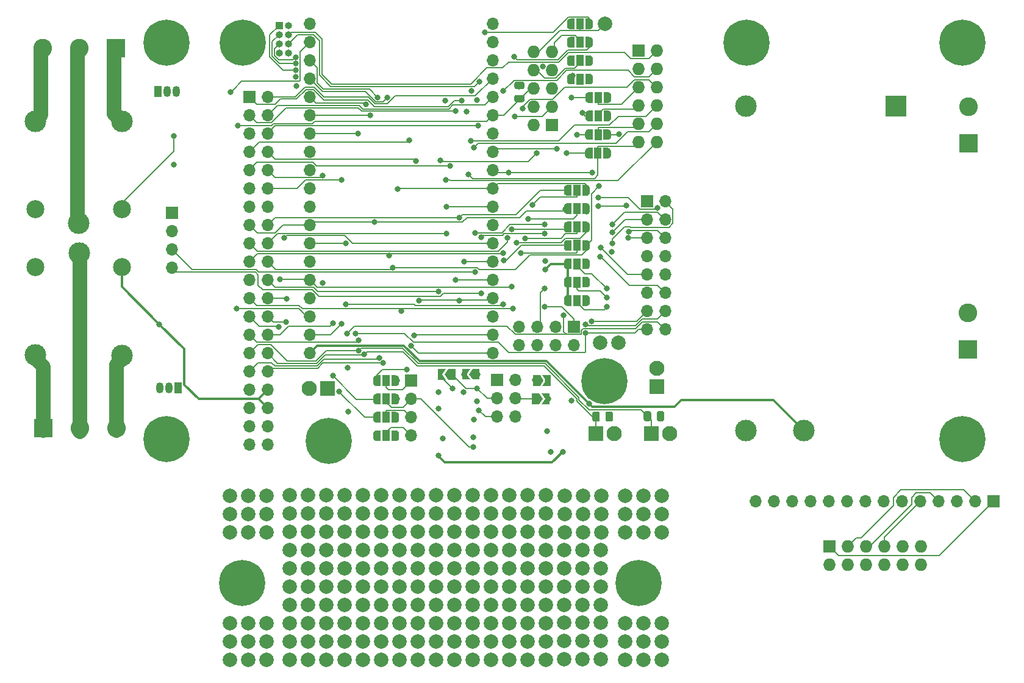
<source format=gbr>
G04 #@! TF.GenerationSoftware,KiCad,Pcbnew,(5.1.9)-1*
G04 #@! TF.CreationDate,2021-05-05T14:43:55+02:00*
G04 #@! TF.ProjectId,MTDevBoard,4d544465-7642-46f6-9172-642e6b696361,rev?*
G04 #@! TF.SameCoordinates,Original*
G04 #@! TF.FileFunction,Copper,L4,Bot*
G04 #@! TF.FilePolarity,Positive*
%FSLAX46Y46*%
G04 Gerber Fmt 4.6, Leading zero omitted, Abs format (unit mm)*
G04 Created by KiCad (PCBNEW (5.1.9)-1) date 2021-05-05 14:43:55*
%MOMM*%
%LPD*%
G01*
G04 APERTURE LIST*
G04 #@! TA.AperFunction,ComponentPad*
%ADD10O,1.727200X1.727200*%
G04 #@! TD*
G04 #@! TA.AperFunction,ComponentPad*
%ADD11R,1.727200X1.727200*%
G04 #@! TD*
G04 #@! TA.AperFunction,ComponentPad*
%ADD12O,1.000000X1.000000*%
G04 #@! TD*
G04 #@! TA.AperFunction,ComponentPad*
%ADD13R,1.000000X1.000000*%
G04 #@! TD*
G04 #@! TA.AperFunction,ComponentPad*
%ADD14C,1.998980*%
G04 #@! TD*
G04 #@! TA.AperFunction,SMDPad,CuDef*
%ADD15R,1.000000X1.500000*%
G04 #@! TD*
G04 #@! TA.AperFunction,SMDPad,CuDef*
%ADD16C,0.100000*%
G04 #@! TD*
G04 #@! TA.AperFunction,ComponentPad*
%ADD17O,1.700000X1.700000*%
G04 #@! TD*
G04 #@! TA.AperFunction,ComponentPad*
%ADD18R,1.700000X1.700000*%
G04 #@! TD*
G04 #@! TA.AperFunction,ComponentPad*
%ADD19C,2.100000*%
G04 #@! TD*
G04 #@! TA.AperFunction,ComponentPad*
%ADD20R,2.100000X2.100000*%
G04 #@! TD*
G04 #@! TA.AperFunction,ComponentPad*
%ADD21C,6.400000*%
G04 #@! TD*
G04 #@! TA.AperFunction,ComponentPad*
%ADD22C,3.000000*%
G04 #@! TD*
G04 #@! TA.AperFunction,ComponentPad*
%ADD23C,2.500000*%
G04 #@! TD*
G04 #@! TA.AperFunction,ComponentPad*
%ADD24C,2.600000*%
G04 #@! TD*
G04 #@! TA.AperFunction,ComponentPad*
%ADD25R,2.600000X2.600000*%
G04 #@! TD*
G04 #@! TA.AperFunction,ComponentPad*
%ADD26O,1.050000X1.500000*%
G04 #@! TD*
G04 #@! TA.AperFunction,ComponentPad*
%ADD27R,1.050000X1.500000*%
G04 #@! TD*
G04 #@! TA.AperFunction,ComponentPad*
%ADD28R,3.000000X3.000000*%
G04 #@! TD*
G04 #@! TA.AperFunction,ViaPad*
%ADD29C,0.800000*%
G04 #@! TD*
G04 #@! TA.AperFunction,Conductor*
%ADD30C,0.200000*%
G04 #@! TD*
G04 #@! TA.AperFunction,Conductor*
%ADD31C,0.300000*%
G04 #@! TD*
G04 #@! TA.AperFunction,Conductor*
%ADD32C,2.000000*%
G04 #@! TD*
G04 APERTURE END LIST*
D10*
X100030000Y-40570000D03*
X102570000Y-40570000D03*
X100030000Y-43110000D03*
X102570000Y-43110000D03*
X100030000Y-45650000D03*
X102570000Y-45650000D03*
X100030000Y-48190000D03*
X102570000Y-48190000D03*
X100030000Y-50730000D03*
D11*
X102570000Y-50730000D03*
D12*
X65960000Y-40680000D03*
X64690000Y-40680000D03*
X65960000Y-39410000D03*
X64690000Y-39410000D03*
X65960000Y-38140000D03*
X64690000Y-38140000D03*
X65960000Y-36870000D03*
D13*
X64690000Y-36870000D03*
D11*
X141100000Y-109200000D03*
D10*
X141100000Y-111740000D03*
X143640000Y-109200000D03*
X143640000Y-111740000D03*
X146180000Y-109200000D03*
X146180000Y-111740000D03*
X148720000Y-109200000D03*
X148720000Y-111740000D03*
X151260000Y-109200000D03*
X151260000Y-111740000D03*
X153800000Y-109200000D03*
X153800000Y-111740000D03*
D14*
X109900000Y-36670000D03*
D11*
X114530000Y-40390000D03*
D10*
X117070000Y-40390000D03*
X114530000Y-42930000D03*
X117070000Y-42930000D03*
X114530000Y-45470000D03*
X117070000Y-45470000D03*
X114530000Y-48010000D03*
X117070000Y-48010000D03*
X114530000Y-50550000D03*
X117070000Y-50550000D03*
X114530000Y-53090000D03*
X117070000Y-53090000D03*
D15*
X108940000Y-54600000D03*
G04 #@! TA.AperFunction,SMDPad,CuDef*
D16*
G36*
X110240000Y-53850602D02*
G01*
X110264534Y-53850602D01*
X110313365Y-53855412D01*
X110361490Y-53864984D01*
X110408445Y-53879228D01*
X110453778Y-53898005D01*
X110497051Y-53921136D01*
X110537850Y-53948396D01*
X110575779Y-53979524D01*
X110610476Y-54014221D01*
X110641604Y-54052150D01*
X110668864Y-54092949D01*
X110691995Y-54136222D01*
X110710772Y-54181555D01*
X110725016Y-54228510D01*
X110734588Y-54276635D01*
X110739398Y-54325466D01*
X110739398Y-54350000D01*
X110740000Y-54350000D01*
X110740000Y-54850000D01*
X110739398Y-54850000D01*
X110739398Y-54874534D01*
X110734588Y-54923365D01*
X110725016Y-54971490D01*
X110710772Y-55018445D01*
X110691995Y-55063778D01*
X110668864Y-55107051D01*
X110641604Y-55147850D01*
X110610476Y-55185779D01*
X110575779Y-55220476D01*
X110537850Y-55251604D01*
X110497051Y-55278864D01*
X110453778Y-55301995D01*
X110408445Y-55320772D01*
X110361490Y-55335016D01*
X110313365Y-55344588D01*
X110264534Y-55349398D01*
X110240000Y-55349398D01*
X110240000Y-55350000D01*
X109690000Y-55350000D01*
X109690000Y-53850000D01*
X110240000Y-53850000D01*
X110240000Y-53850602D01*
G37*
G04 #@! TD.AperFunction*
G04 #@! TA.AperFunction,SMDPad,CuDef*
G36*
X108190000Y-55350000D02*
G01*
X107640000Y-55350000D01*
X107640000Y-55349398D01*
X107615466Y-55349398D01*
X107566635Y-55344588D01*
X107518510Y-55335016D01*
X107471555Y-55320772D01*
X107426222Y-55301995D01*
X107382949Y-55278864D01*
X107342150Y-55251604D01*
X107304221Y-55220476D01*
X107269524Y-55185779D01*
X107238396Y-55147850D01*
X107211136Y-55107051D01*
X107188005Y-55063778D01*
X107169228Y-55018445D01*
X107154984Y-54971490D01*
X107145412Y-54923365D01*
X107140602Y-54874534D01*
X107140602Y-54850000D01*
X107140000Y-54850000D01*
X107140000Y-54350000D01*
X107140602Y-54350000D01*
X107140602Y-54325466D01*
X107145412Y-54276635D01*
X107154984Y-54228510D01*
X107169228Y-54181555D01*
X107188005Y-54136222D01*
X107211136Y-54092949D01*
X107238396Y-54052150D01*
X107269524Y-54014221D01*
X107304221Y-53979524D01*
X107342150Y-53948396D01*
X107382949Y-53921136D01*
X107426222Y-53898005D01*
X107471555Y-53879228D01*
X107518510Y-53864984D01*
X107566635Y-53855412D01*
X107615466Y-53850602D01*
X107640000Y-53850602D01*
X107640000Y-53850000D01*
X108190000Y-53850000D01*
X108190000Y-55350000D01*
G37*
G04 #@! TD.AperFunction*
D15*
X108950000Y-52020000D03*
G04 #@! TA.AperFunction,SMDPad,CuDef*
D16*
G36*
X110250000Y-51270602D02*
G01*
X110274534Y-51270602D01*
X110323365Y-51275412D01*
X110371490Y-51284984D01*
X110418445Y-51299228D01*
X110463778Y-51318005D01*
X110507051Y-51341136D01*
X110547850Y-51368396D01*
X110585779Y-51399524D01*
X110620476Y-51434221D01*
X110651604Y-51472150D01*
X110678864Y-51512949D01*
X110701995Y-51556222D01*
X110720772Y-51601555D01*
X110735016Y-51648510D01*
X110744588Y-51696635D01*
X110749398Y-51745466D01*
X110749398Y-51770000D01*
X110750000Y-51770000D01*
X110750000Y-52270000D01*
X110749398Y-52270000D01*
X110749398Y-52294534D01*
X110744588Y-52343365D01*
X110735016Y-52391490D01*
X110720772Y-52438445D01*
X110701995Y-52483778D01*
X110678864Y-52527051D01*
X110651604Y-52567850D01*
X110620476Y-52605779D01*
X110585779Y-52640476D01*
X110547850Y-52671604D01*
X110507051Y-52698864D01*
X110463778Y-52721995D01*
X110418445Y-52740772D01*
X110371490Y-52755016D01*
X110323365Y-52764588D01*
X110274534Y-52769398D01*
X110250000Y-52769398D01*
X110250000Y-52770000D01*
X109700000Y-52770000D01*
X109700000Y-51270000D01*
X110250000Y-51270000D01*
X110250000Y-51270602D01*
G37*
G04 #@! TD.AperFunction*
G04 #@! TA.AperFunction,SMDPad,CuDef*
G36*
X108200000Y-52770000D02*
G01*
X107650000Y-52770000D01*
X107650000Y-52769398D01*
X107625466Y-52769398D01*
X107576635Y-52764588D01*
X107528510Y-52755016D01*
X107481555Y-52740772D01*
X107436222Y-52721995D01*
X107392949Y-52698864D01*
X107352150Y-52671604D01*
X107314221Y-52640476D01*
X107279524Y-52605779D01*
X107248396Y-52567850D01*
X107221136Y-52527051D01*
X107198005Y-52483778D01*
X107179228Y-52438445D01*
X107164984Y-52391490D01*
X107155412Y-52343365D01*
X107150602Y-52294534D01*
X107150602Y-52270000D01*
X107150000Y-52270000D01*
X107150000Y-51770000D01*
X107150602Y-51770000D01*
X107150602Y-51745466D01*
X107155412Y-51696635D01*
X107164984Y-51648510D01*
X107179228Y-51601555D01*
X107198005Y-51556222D01*
X107221136Y-51512949D01*
X107248396Y-51472150D01*
X107279524Y-51434221D01*
X107314221Y-51399524D01*
X107352150Y-51368396D01*
X107392949Y-51341136D01*
X107436222Y-51318005D01*
X107481555Y-51299228D01*
X107528510Y-51284984D01*
X107576635Y-51275412D01*
X107625466Y-51270602D01*
X107650000Y-51270602D01*
X107650000Y-51270000D01*
X108200000Y-51270000D01*
X108200000Y-52770000D01*
G37*
G04 #@! TD.AperFunction*
D15*
X108970000Y-49430000D03*
G04 #@! TA.AperFunction,SMDPad,CuDef*
D16*
G36*
X110270000Y-48680602D02*
G01*
X110294534Y-48680602D01*
X110343365Y-48685412D01*
X110391490Y-48694984D01*
X110438445Y-48709228D01*
X110483778Y-48728005D01*
X110527051Y-48751136D01*
X110567850Y-48778396D01*
X110605779Y-48809524D01*
X110640476Y-48844221D01*
X110671604Y-48882150D01*
X110698864Y-48922949D01*
X110721995Y-48966222D01*
X110740772Y-49011555D01*
X110755016Y-49058510D01*
X110764588Y-49106635D01*
X110769398Y-49155466D01*
X110769398Y-49180000D01*
X110770000Y-49180000D01*
X110770000Y-49680000D01*
X110769398Y-49680000D01*
X110769398Y-49704534D01*
X110764588Y-49753365D01*
X110755016Y-49801490D01*
X110740772Y-49848445D01*
X110721995Y-49893778D01*
X110698864Y-49937051D01*
X110671604Y-49977850D01*
X110640476Y-50015779D01*
X110605779Y-50050476D01*
X110567850Y-50081604D01*
X110527051Y-50108864D01*
X110483778Y-50131995D01*
X110438445Y-50150772D01*
X110391490Y-50165016D01*
X110343365Y-50174588D01*
X110294534Y-50179398D01*
X110270000Y-50179398D01*
X110270000Y-50180000D01*
X109720000Y-50180000D01*
X109720000Y-48680000D01*
X110270000Y-48680000D01*
X110270000Y-48680602D01*
G37*
G04 #@! TD.AperFunction*
G04 #@! TA.AperFunction,SMDPad,CuDef*
G36*
X108220000Y-50180000D02*
G01*
X107670000Y-50180000D01*
X107670000Y-50179398D01*
X107645466Y-50179398D01*
X107596635Y-50174588D01*
X107548510Y-50165016D01*
X107501555Y-50150772D01*
X107456222Y-50131995D01*
X107412949Y-50108864D01*
X107372150Y-50081604D01*
X107334221Y-50050476D01*
X107299524Y-50015779D01*
X107268396Y-49977850D01*
X107241136Y-49937051D01*
X107218005Y-49893778D01*
X107199228Y-49848445D01*
X107184984Y-49801490D01*
X107175412Y-49753365D01*
X107170602Y-49704534D01*
X107170602Y-49680000D01*
X107170000Y-49680000D01*
X107170000Y-49180000D01*
X107170602Y-49180000D01*
X107170602Y-49155466D01*
X107175412Y-49106635D01*
X107184984Y-49058510D01*
X107199228Y-49011555D01*
X107218005Y-48966222D01*
X107241136Y-48922949D01*
X107268396Y-48882150D01*
X107299524Y-48844221D01*
X107334221Y-48809524D01*
X107372150Y-48778396D01*
X107412949Y-48751136D01*
X107456222Y-48728005D01*
X107501555Y-48709228D01*
X107548510Y-48694984D01*
X107596635Y-48685412D01*
X107645466Y-48680602D01*
X107670000Y-48680602D01*
X107670000Y-48680000D01*
X108220000Y-48680000D01*
X108220000Y-50180000D01*
G37*
G04 #@! TD.AperFunction*
D15*
X108990000Y-46870000D03*
G04 #@! TA.AperFunction,SMDPad,CuDef*
D16*
G36*
X110290000Y-46120602D02*
G01*
X110314534Y-46120602D01*
X110363365Y-46125412D01*
X110411490Y-46134984D01*
X110458445Y-46149228D01*
X110503778Y-46168005D01*
X110547051Y-46191136D01*
X110587850Y-46218396D01*
X110625779Y-46249524D01*
X110660476Y-46284221D01*
X110691604Y-46322150D01*
X110718864Y-46362949D01*
X110741995Y-46406222D01*
X110760772Y-46451555D01*
X110775016Y-46498510D01*
X110784588Y-46546635D01*
X110789398Y-46595466D01*
X110789398Y-46620000D01*
X110790000Y-46620000D01*
X110790000Y-47120000D01*
X110789398Y-47120000D01*
X110789398Y-47144534D01*
X110784588Y-47193365D01*
X110775016Y-47241490D01*
X110760772Y-47288445D01*
X110741995Y-47333778D01*
X110718864Y-47377051D01*
X110691604Y-47417850D01*
X110660476Y-47455779D01*
X110625779Y-47490476D01*
X110587850Y-47521604D01*
X110547051Y-47548864D01*
X110503778Y-47571995D01*
X110458445Y-47590772D01*
X110411490Y-47605016D01*
X110363365Y-47614588D01*
X110314534Y-47619398D01*
X110290000Y-47619398D01*
X110290000Y-47620000D01*
X109740000Y-47620000D01*
X109740000Y-46120000D01*
X110290000Y-46120000D01*
X110290000Y-46120602D01*
G37*
G04 #@! TD.AperFunction*
G04 #@! TA.AperFunction,SMDPad,CuDef*
G36*
X108240000Y-47620000D02*
G01*
X107690000Y-47620000D01*
X107690000Y-47619398D01*
X107665466Y-47619398D01*
X107616635Y-47614588D01*
X107568510Y-47605016D01*
X107521555Y-47590772D01*
X107476222Y-47571995D01*
X107432949Y-47548864D01*
X107392150Y-47521604D01*
X107354221Y-47490476D01*
X107319524Y-47455779D01*
X107288396Y-47417850D01*
X107261136Y-47377051D01*
X107238005Y-47333778D01*
X107219228Y-47288445D01*
X107204984Y-47241490D01*
X107195412Y-47193365D01*
X107190602Y-47144534D01*
X107190602Y-47120000D01*
X107190000Y-47120000D01*
X107190000Y-46620000D01*
X107190602Y-46620000D01*
X107190602Y-46595466D01*
X107195412Y-46546635D01*
X107204984Y-46498510D01*
X107219228Y-46451555D01*
X107238005Y-46406222D01*
X107261136Y-46362949D01*
X107288396Y-46322150D01*
X107319524Y-46284221D01*
X107354221Y-46249524D01*
X107392150Y-46218396D01*
X107432949Y-46191136D01*
X107476222Y-46168005D01*
X107521555Y-46149228D01*
X107568510Y-46134984D01*
X107616635Y-46125412D01*
X107665466Y-46120602D01*
X107690000Y-46120602D01*
X107690000Y-46120000D01*
X108240000Y-46120000D01*
X108240000Y-47620000D01*
G37*
G04 #@! TD.AperFunction*
D15*
X106430000Y-36660000D03*
G04 #@! TA.AperFunction,SMDPad,CuDef*
D16*
G36*
X107730000Y-35910602D02*
G01*
X107754534Y-35910602D01*
X107803365Y-35915412D01*
X107851490Y-35924984D01*
X107898445Y-35939228D01*
X107943778Y-35958005D01*
X107987051Y-35981136D01*
X108027850Y-36008396D01*
X108065779Y-36039524D01*
X108100476Y-36074221D01*
X108131604Y-36112150D01*
X108158864Y-36152949D01*
X108181995Y-36196222D01*
X108200772Y-36241555D01*
X108215016Y-36288510D01*
X108224588Y-36336635D01*
X108229398Y-36385466D01*
X108229398Y-36410000D01*
X108230000Y-36410000D01*
X108230000Y-36910000D01*
X108229398Y-36910000D01*
X108229398Y-36934534D01*
X108224588Y-36983365D01*
X108215016Y-37031490D01*
X108200772Y-37078445D01*
X108181995Y-37123778D01*
X108158864Y-37167051D01*
X108131604Y-37207850D01*
X108100476Y-37245779D01*
X108065779Y-37280476D01*
X108027850Y-37311604D01*
X107987051Y-37338864D01*
X107943778Y-37361995D01*
X107898445Y-37380772D01*
X107851490Y-37395016D01*
X107803365Y-37404588D01*
X107754534Y-37409398D01*
X107730000Y-37409398D01*
X107730000Y-37410000D01*
X107180000Y-37410000D01*
X107180000Y-35910000D01*
X107730000Y-35910000D01*
X107730000Y-35910602D01*
G37*
G04 #@! TD.AperFunction*
G04 #@! TA.AperFunction,SMDPad,CuDef*
G36*
X105680000Y-37410000D02*
G01*
X105130000Y-37410000D01*
X105130000Y-37409398D01*
X105105466Y-37409398D01*
X105056635Y-37404588D01*
X105008510Y-37395016D01*
X104961555Y-37380772D01*
X104916222Y-37361995D01*
X104872949Y-37338864D01*
X104832150Y-37311604D01*
X104794221Y-37280476D01*
X104759524Y-37245779D01*
X104728396Y-37207850D01*
X104701136Y-37167051D01*
X104678005Y-37123778D01*
X104659228Y-37078445D01*
X104644984Y-37031490D01*
X104635412Y-36983365D01*
X104630602Y-36934534D01*
X104630602Y-36910000D01*
X104630000Y-36910000D01*
X104630000Y-36410000D01*
X104630602Y-36410000D01*
X104630602Y-36385466D01*
X104635412Y-36336635D01*
X104644984Y-36288510D01*
X104659228Y-36241555D01*
X104678005Y-36196222D01*
X104701136Y-36152949D01*
X104728396Y-36112150D01*
X104759524Y-36074221D01*
X104794221Y-36039524D01*
X104832150Y-36008396D01*
X104872949Y-35981136D01*
X104916222Y-35958005D01*
X104961555Y-35939228D01*
X105008510Y-35924984D01*
X105056635Y-35915412D01*
X105105466Y-35910602D01*
X105130000Y-35910602D01*
X105130000Y-35910000D01*
X105680000Y-35910000D01*
X105680000Y-37410000D01*
G37*
G04 #@! TD.AperFunction*
D15*
X106430000Y-39210000D03*
G04 #@! TA.AperFunction,SMDPad,CuDef*
D16*
G36*
X107730000Y-38460602D02*
G01*
X107754534Y-38460602D01*
X107803365Y-38465412D01*
X107851490Y-38474984D01*
X107898445Y-38489228D01*
X107943778Y-38508005D01*
X107987051Y-38531136D01*
X108027850Y-38558396D01*
X108065779Y-38589524D01*
X108100476Y-38624221D01*
X108131604Y-38662150D01*
X108158864Y-38702949D01*
X108181995Y-38746222D01*
X108200772Y-38791555D01*
X108215016Y-38838510D01*
X108224588Y-38886635D01*
X108229398Y-38935466D01*
X108229398Y-38960000D01*
X108230000Y-38960000D01*
X108230000Y-39460000D01*
X108229398Y-39460000D01*
X108229398Y-39484534D01*
X108224588Y-39533365D01*
X108215016Y-39581490D01*
X108200772Y-39628445D01*
X108181995Y-39673778D01*
X108158864Y-39717051D01*
X108131604Y-39757850D01*
X108100476Y-39795779D01*
X108065779Y-39830476D01*
X108027850Y-39861604D01*
X107987051Y-39888864D01*
X107943778Y-39911995D01*
X107898445Y-39930772D01*
X107851490Y-39945016D01*
X107803365Y-39954588D01*
X107754534Y-39959398D01*
X107730000Y-39959398D01*
X107730000Y-39960000D01*
X107180000Y-39960000D01*
X107180000Y-38460000D01*
X107730000Y-38460000D01*
X107730000Y-38460602D01*
G37*
G04 #@! TD.AperFunction*
G04 #@! TA.AperFunction,SMDPad,CuDef*
G36*
X105680000Y-39960000D02*
G01*
X105130000Y-39960000D01*
X105130000Y-39959398D01*
X105105466Y-39959398D01*
X105056635Y-39954588D01*
X105008510Y-39945016D01*
X104961555Y-39930772D01*
X104916222Y-39911995D01*
X104872949Y-39888864D01*
X104832150Y-39861604D01*
X104794221Y-39830476D01*
X104759524Y-39795779D01*
X104728396Y-39757850D01*
X104701136Y-39717051D01*
X104678005Y-39673778D01*
X104659228Y-39628445D01*
X104644984Y-39581490D01*
X104635412Y-39533365D01*
X104630602Y-39484534D01*
X104630602Y-39460000D01*
X104630000Y-39460000D01*
X104630000Y-38960000D01*
X104630602Y-38960000D01*
X104630602Y-38935466D01*
X104635412Y-38886635D01*
X104644984Y-38838510D01*
X104659228Y-38791555D01*
X104678005Y-38746222D01*
X104701136Y-38702949D01*
X104728396Y-38662150D01*
X104759524Y-38624221D01*
X104794221Y-38589524D01*
X104832150Y-38558396D01*
X104872949Y-38531136D01*
X104916222Y-38508005D01*
X104961555Y-38489228D01*
X105008510Y-38474984D01*
X105056635Y-38465412D01*
X105105466Y-38460602D01*
X105130000Y-38460602D01*
X105130000Y-38460000D01*
X105680000Y-38460000D01*
X105680000Y-39960000D01*
G37*
G04 #@! TD.AperFunction*
D15*
X106430000Y-41760000D03*
G04 #@! TA.AperFunction,SMDPad,CuDef*
D16*
G36*
X107730000Y-41010602D02*
G01*
X107754534Y-41010602D01*
X107803365Y-41015412D01*
X107851490Y-41024984D01*
X107898445Y-41039228D01*
X107943778Y-41058005D01*
X107987051Y-41081136D01*
X108027850Y-41108396D01*
X108065779Y-41139524D01*
X108100476Y-41174221D01*
X108131604Y-41212150D01*
X108158864Y-41252949D01*
X108181995Y-41296222D01*
X108200772Y-41341555D01*
X108215016Y-41388510D01*
X108224588Y-41436635D01*
X108229398Y-41485466D01*
X108229398Y-41510000D01*
X108230000Y-41510000D01*
X108230000Y-42010000D01*
X108229398Y-42010000D01*
X108229398Y-42034534D01*
X108224588Y-42083365D01*
X108215016Y-42131490D01*
X108200772Y-42178445D01*
X108181995Y-42223778D01*
X108158864Y-42267051D01*
X108131604Y-42307850D01*
X108100476Y-42345779D01*
X108065779Y-42380476D01*
X108027850Y-42411604D01*
X107987051Y-42438864D01*
X107943778Y-42461995D01*
X107898445Y-42480772D01*
X107851490Y-42495016D01*
X107803365Y-42504588D01*
X107754534Y-42509398D01*
X107730000Y-42509398D01*
X107730000Y-42510000D01*
X107180000Y-42510000D01*
X107180000Y-41010000D01*
X107730000Y-41010000D01*
X107730000Y-41010602D01*
G37*
G04 #@! TD.AperFunction*
G04 #@! TA.AperFunction,SMDPad,CuDef*
G36*
X105680000Y-42510000D02*
G01*
X105130000Y-42510000D01*
X105130000Y-42509398D01*
X105105466Y-42509398D01*
X105056635Y-42504588D01*
X105008510Y-42495016D01*
X104961555Y-42480772D01*
X104916222Y-42461995D01*
X104872949Y-42438864D01*
X104832150Y-42411604D01*
X104794221Y-42380476D01*
X104759524Y-42345779D01*
X104728396Y-42307850D01*
X104701136Y-42267051D01*
X104678005Y-42223778D01*
X104659228Y-42178445D01*
X104644984Y-42131490D01*
X104635412Y-42083365D01*
X104630602Y-42034534D01*
X104630602Y-42010000D01*
X104630000Y-42010000D01*
X104630000Y-41510000D01*
X104630602Y-41510000D01*
X104630602Y-41485466D01*
X104635412Y-41436635D01*
X104644984Y-41388510D01*
X104659228Y-41341555D01*
X104678005Y-41296222D01*
X104701136Y-41252949D01*
X104728396Y-41212150D01*
X104759524Y-41174221D01*
X104794221Y-41139524D01*
X104832150Y-41108396D01*
X104872949Y-41081136D01*
X104916222Y-41058005D01*
X104961555Y-41039228D01*
X105008510Y-41024984D01*
X105056635Y-41015412D01*
X105105466Y-41010602D01*
X105130000Y-41010602D01*
X105130000Y-41010000D01*
X105680000Y-41010000D01*
X105680000Y-42510000D01*
G37*
G04 #@! TD.AperFunction*
D15*
X106430000Y-44310000D03*
G04 #@! TA.AperFunction,SMDPad,CuDef*
D16*
G36*
X107730000Y-43560602D02*
G01*
X107754534Y-43560602D01*
X107803365Y-43565412D01*
X107851490Y-43574984D01*
X107898445Y-43589228D01*
X107943778Y-43608005D01*
X107987051Y-43631136D01*
X108027850Y-43658396D01*
X108065779Y-43689524D01*
X108100476Y-43724221D01*
X108131604Y-43762150D01*
X108158864Y-43802949D01*
X108181995Y-43846222D01*
X108200772Y-43891555D01*
X108215016Y-43938510D01*
X108224588Y-43986635D01*
X108229398Y-44035466D01*
X108229398Y-44060000D01*
X108230000Y-44060000D01*
X108230000Y-44560000D01*
X108229398Y-44560000D01*
X108229398Y-44584534D01*
X108224588Y-44633365D01*
X108215016Y-44681490D01*
X108200772Y-44728445D01*
X108181995Y-44773778D01*
X108158864Y-44817051D01*
X108131604Y-44857850D01*
X108100476Y-44895779D01*
X108065779Y-44930476D01*
X108027850Y-44961604D01*
X107987051Y-44988864D01*
X107943778Y-45011995D01*
X107898445Y-45030772D01*
X107851490Y-45045016D01*
X107803365Y-45054588D01*
X107754534Y-45059398D01*
X107730000Y-45059398D01*
X107730000Y-45060000D01*
X107180000Y-45060000D01*
X107180000Y-43560000D01*
X107730000Y-43560000D01*
X107730000Y-43560602D01*
G37*
G04 #@! TD.AperFunction*
G04 #@! TA.AperFunction,SMDPad,CuDef*
G36*
X105680000Y-45060000D02*
G01*
X105130000Y-45060000D01*
X105130000Y-45059398D01*
X105105466Y-45059398D01*
X105056635Y-45054588D01*
X105008510Y-45045016D01*
X104961555Y-45030772D01*
X104916222Y-45011995D01*
X104872949Y-44988864D01*
X104832150Y-44961604D01*
X104794221Y-44930476D01*
X104759524Y-44895779D01*
X104728396Y-44857850D01*
X104701136Y-44817051D01*
X104678005Y-44773778D01*
X104659228Y-44728445D01*
X104644984Y-44681490D01*
X104635412Y-44633365D01*
X104630602Y-44584534D01*
X104630602Y-44560000D01*
X104630000Y-44560000D01*
X104630000Y-44060000D01*
X104630602Y-44060000D01*
X104630602Y-44035466D01*
X104635412Y-43986635D01*
X104644984Y-43938510D01*
X104659228Y-43891555D01*
X104678005Y-43846222D01*
X104701136Y-43802949D01*
X104728396Y-43762150D01*
X104759524Y-43724221D01*
X104794221Y-43689524D01*
X104832150Y-43658396D01*
X104872949Y-43631136D01*
X104916222Y-43608005D01*
X104961555Y-43589228D01*
X105008510Y-43574984D01*
X105056635Y-43565412D01*
X105105466Y-43560602D01*
X105130000Y-43560602D01*
X105130000Y-43560000D01*
X105680000Y-43560000D01*
X105680000Y-45060000D01*
G37*
G04 #@! TD.AperFunction*
D17*
X68900000Y-82360000D03*
X94300000Y-82360000D03*
X68900000Y-79820000D03*
X94300000Y-79820000D03*
X68900000Y-77280000D03*
X94300000Y-77280000D03*
X68900000Y-74740000D03*
X94300000Y-74740000D03*
X68900000Y-72200000D03*
X94300000Y-72200000D03*
X68900000Y-69660000D03*
X94300000Y-69660000D03*
X68900000Y-67120000D03*
X94300000Y-67120000D03*
X68900000Y-64580000D03*
X94300000Y-64580000D03*
X68900000Y-62040000D03*
X94300000Y-62040000D03*
X68900000Y-59500000D03*
X94300000Y-59500000D03*
X68900000Y-56960000D03*
X94300000Y-56960000D03*
X68900000Y-54420000D03*
X94300000Y-54420000D03*
X68900000Y-51880000D03*
X94300000Y-51880000D03*
X68900000Y-49340000D03*
X94300000Y-49340000D03*
X68900000Y-46800000D03*
X94300000Y-46800000D03*
X68900000Y-44260000D03*
X94300000Y-44260000D03*
X68900000Y-41720000D03*
X94300000Y-41720000D03*
X68900000Y-39180000D03*
X94300000Y-39180000D03*
X68900000Y-36640000D03*
X94300000Y-36640000D03*
D14*
X109272000Y-80960000D03*
X111812000Y-80960000D03*
D17*
X83020000Y-93820000D03*
X83020000Y-91280000D03*
X83020000Y-88740000D03*
D18*
X83020000Y-86200000D03*
D17*
X97480000Y-91210000D03*
X94940000Y-91210000D03*
X97480000Y-88670000D03*
X94940000Y-88670000D03*
X97480000Y-86130000D03*
D18*
X94940000Y-86130000D03*
D17*
X97940000Y-81260000D03*
X97940000Y-78720000D03*
X100480000Y-81260000D03*
X100480000Y-78720000D03*
X103020000Y-81260000D03*
X103020000Y-78720000D03*
X105560000Y-81260000D03*
D18*
X105560000Y-78720000D03*
D15*
X106010000Y-75060000D03*
G04 #@! TA.AperFunction,SMDPad,CuDef*
D16*
G36*
X107310000Y-74310602D02*
G01*
X107334534Y-74310602D01*
X107383365Y-74315412D01*
X107431490Y-74324984D01*
X107478445Y-74339228D01*
X107523778Y-74358005D01*
X107567051Y-74381136D01*
X107607850Y-74408396D01*
X107645779Y-74439524D01*
X107680476Y-74474221D01*
X107711604Y-74512150D01*
X107738864Y-74552949D01*
X107761995Y-74596222D01*
X107780772Y-74641555D01*
X107795016Y-74688510D01*
X107804588Y-74736635D01*
X107809398Y-74785466D01*
X107809398Y-74810000D01*
X107810000Y-74810000D01*
X107810000Y-75310000D01*
X107809398Y-75310000D01*
X107809398Y-75334534D01*
X107804588Y-75383365D01*
X107795016Y-75431490D01*
X107780772Y-75478445D01*
X107761995Y-75523778D01*
X107738864Y-75567051D01*
X107711604Y-75607850D01*
X107680476Y-75645779D01*
X107645779Y-75680476D01*
X107607850Y-75711604D01*
X107567051Y-75738864D01*
X107523778Y-75761995D01*
X107478445Y-75780772D01*
X107431490Y-75795016D01*
X107383365Y-75804588D01*
X107334534Y-75809398D01*
X107310000Y-75809398D01*
X107310000Y-75810000D01*
X106760000Y-75810000D01*
X106760000Y-74310000D01*
X107310000Y-74310000D01*
X107310000Y-74310602D01*
G37*
G04 #@! TD.AperFunction*
G04 #@! TA.AperFunction,SMDPad,CuDef*
G36*
X105260000Y-75810000D02*
G01*
X104710000Y-75810000D01*
X104710000Y-75809398D01*
X104685466Y-75809398D01*
X104636635Y-75804588D01*
X104588510Y-75795016D01*
X104541555Y-75780772D01*
X104496222Y-75761995D01*
X104452949Y-75738864D01*
X104412150Y-75711604D01*
X104374221Y-75680476D01*
X104339524Y-75645779D01*
X104308396Y-75607850D01*
X104281136Y-75567051D01*
X104258005Y-75523778D01*
X104239228Y-75478445D01*
X104224984Y-75431490D01*
X104215412Y-75383365D01*
X104210602Y-75334534D01*
X104210602Y-75310000D01*
X104210000Y-75310000D01*
X104210000Y-74810000D01*
X104210602Y-74810000D01*
X104210602Y-74785466D01*
X104215412Y-74736635D01*
X104224984Y-74688510D01*
X104239228Y-74641555D01*
X104258005Y-74596222D01*
X104281136Y-74552949D01*
X104308396Y-74512150D01*
X104339524Y-74474221D01*
X104374221Y-74439524D01*
X104412150Y-74408396D01*
X104452949Y-74381136D01*
X104496222Y-74358005D01*
X104541555Y-74339228D01*
X104588510Y-74324984D01*
X104636635Y-74315412D01*
X104685466Y-74310602D01*
X104710000Y-74310602D01*
X104710000Y-74310000D01*
X105260000Y-74310000D01*
X105260000Y-75810000D01*
G37*
G04 #@! TD.AperFunction*
D15*
X106010000Y-72510000D03*
G04 #@! TA.AperFunction,SMDPad,CuDef*
D16*
G36*
X107310000Y-71760602D02*
G01*
X107334534Y-71760602D01*
X107383365Y-71765412D01*
X107431490Y-71774984D01*
X107478445Y-71789228D01*
X107523778Y-71808005D01*
X107567051Y-71831136D01*
X107607850Y-71858396D01*
X107645779Y-71889524D01*
X107680476Y-71924221D01*
X107711604Y-71962150D01*
X107738864Y-72002949D01*
X107761995Y-72046222D01*
X107780772Y-72091555D01*
X107795016Y-72138510D01*
X107804588Y-72186635D01*
X107809398Y-72235466D01*
X107809398Y-72260000D01*
X107810000Y-72260000D01*
X107810000Y-72760000D01*
X107809398Y-72760000D01*
X107809398Y-72784534D01*
X107804588Y-72833365D01*
X107795016Y-72881490D01*
X107780772Y-72928445D01*
X107761995Y-72973778D01*
X107738864Y-73017051D01*
X107711604Y-73057850D01*
X107680476Y-73095779D01*
X107645779Y-73130476D01*
X107607850Y-73161604D01*
X107567051Y-73188864D01*
X107523778Y-73211995D01*
X107478445Y-73230772D01*
X107431490Y-73245016D01*
X107383365Y-73254588D01*
X107334534Y-73259398D01*
X107310000Y-73259398D01*
X107310000Y-73260000D01*
X106760000Y-73260000D01*
X106760000Y-71760000D01*
X107310000Y-71760000D01*
X107310000Y-71760602D01*
G37*
G04 #@! TD.AperFunction*
G04 #@! TA.AperFunction,SMDPad,CuDef*
G36*
X105260000Y-73260000D02*
G01*
X104710000Y-73260000D01*
X104710000Y-73259398D01*
X104685466Y-73259398D01*
X104636635Y-73254588D01*
X104588510Y-73245016D01*
X104541555Y-73230772D01*
X104496222Y-73211995D01*
X104452949Y-73188864D01*
X104412150Y-73161604D01*
X104374221Y-73130476D01*
X104339524Y-73095779D01*
X104308396Y-73057850D01*
X104281136Y-73017051D01*
X104258005Y-72973778D01*
X104239228Y-72928445D01*
X104224984Y-72881490D01*
X104215412Y-72833365D01*
X104210602Y-72784534D01*
X104210602Y-72760000D01*
X104210000Y-72760000D01*
X104210000Y-72260000D01*
X104210602Y-72260000D01*
X104210602Y-72235466D01*
X104215412Y-72186635D01*
X104224984Y-72138510D01*
X104239228Y-72091555D01*
X104258005Y-72046222D01*
X104281136Y-72002949D01*
X104308396Y-71962150D01*
X104339524Y-71924221D01*
X104374221Y-71889524D01*
X104412150Y-71858396D01*
X104452949Y-71831136D01*
X104496222Y-71808005D01*
X104541555Y-71789228D01*
X104588510Y-71774984D01*
X104636635Y-71765412D01*
X104685466Y-71760602D01*
X104710000Y-71760602D01*
X104710000Y-71760000D01*
X105260000Y-71760000D01*
X105260000Y-73260000D01*
G37*
G04 #@! TD.AperFunction*
D15*
X106010000Y-69960000D03*
G04 #@! TA.AperFunction,SMDPad,CuDef*
D16*
G36*
X107310000Y-69210602D02*
G01*
X107334534Y-69210602D01*
X107383365Y-69215412D01*
X107431490Y-69224984D01*
X107478445Y-69239228D01*
X107523778Y-69258005D01*
X107567051Y-69281136D01*
X107607850Y-69308396D01*
X107645779Y-69339524D01*
X107680476Y-69374221D01*
X107711604Y-69412150D01*
X107738864Y-69452949D01*
X107761995Y-69496222D01*
X107780772Y-69541555D01*
X107795016Y-69588510D01*
X107804588Y-69636635D01*
X107809398Y-69685466D01*
X107809398Y-69710000D01*
X107810000Y-69710000D01*
X107810000Y-70210000D01*
X107809398Y-70210000D01*
X107809398Y-70234534D01*
X107804588Y-70283365D01*
X107795016Y-70331490D01*
X107780772Y-70378445D01*
X107761995Y-70423778D01*
X107738864Y-70467051D01*
X107711604Y-70507850D01*
X107680476Y-70545779D01*
X107645779Y-70580476D01*
X107607850Y-70611604D01*
X107567051Y-70638864D01*
X107523778Y-70661995D01*
X107478445Y-70680772D01*
X107431490Y-70695016D01*
X107383365Y-70704588D01*
X107334534Y-70709398D01*
X107310000Y-70709398D01*
X107310000Y-70710000D01*
X106760000Y-70710000D01*
X106760000Y-69210000D01*
X107310000Y-69210000D01*
X107310000Y-69210602D01*
G37*
G04 #@! TD.AperFunction*
G04 #@! TA.AperFunction,SMDPad,CuDef*
G36*
X105260000Y-70710000D02*
G01*
X104710000Y-70710000D01*
X104710000Y-70709398D01*
X104685466Y-70709398D01*
X104636635Y-70704588D01*
X104588510Y-70695016D01*
X104541555Y-70680772D01*
X104496222Y-70661995D01*
X104452949Y-70638864D01*
X104412150Y-70611604D01*
X104374221Y-70580476D01*
X104339524Y-70545779D01*
X104308396Y-70507850D01*
X104281136Y-70467051D01*
X104258005Y-70423778D01*
X104239228Y-70378445D01*
X104224984Y-70331490D01*
X104215412Y-70283365D01*
X104210602Y-70234534D01*
X104210602Y-70210000D01*
X104210000Y-70210000D01*
X104210000Y-69710000D01*
X104210602Y-69710000D01*
X104210602Y-69685466D01*
X104215412Y-69636635D01*
X104224984Y-69588510D01*
X104239228Y-69541555D01*
X104258005Y-69496222D01*
X104281136Y-69452949D01*
X104308396Y-69412150D01*
X104339524Y-69374221D01*
X104374221Y-69339524D01*
X104412150Y-69308396D01*
X104452949Y-69281136D01*
X104496222Y-69258005D01*
X104541555Y-69239228D01*
X104588510Y-69224984D01*
X104636635Y-69215412D01*
X104685466Y-69210602D01*
X104710000Y-69210602D01*
X104710000Y-69210000D01*
X105260000Y-69210000D01*
X105260000Y-70710000D01*
G37*
G04 #@! TD.AperFunction*
D15*
X106010000Y-67410000D03*
G04 #@! TA.AperFunction,SMDPad,CuDef*
D16*
G36*
X107310000Y-66660602D02*
G01*
X107334534Y-66660602D01*
X107383365Y-66665412D01*
X107431490Y-66674984D01*
X107478445Y-66689228D01*
X107523778Y-66708005D01*
X107567051Y-66731136D01*
X107607850Y-66758396D01*
X107645779Y-66789524D01*
X107680476Y-66824221D01*
X107711604Y-66862150D01*
X107738864Y-66902949D01*
X107761995Y-66946222D01*
X107780772Y-66991555D01*
X107795016Y-67038510D01*
X107804588Y-67086635D01*
X107809398Y-67135466D01*
X107809398Y-67160000D01*
X107810000Y-67160000D01*
X107810000Y-67660000D01*
X107809398Y-67660000D01*
X107809398Y-67684534D01*
X107804588Y-67733365D01*
X107795016Y-67781490D01*
X107780772Y-67828445D01*
X107761995Y-67873778D01*
X107738864Y-67917051D01*
X107711604Y-67957850D01*
X107680476Y-67995779D01*
X107645779Y-68030476D01*
X107607850Y-68061604D01*
X107567051Y-68088864D01*
X107523778Y-68111995D01*
X107478445Y-68130772D01*
X107431490Y-68145016D01*
X107383365Y-68154588D01*
X107334534Y-68159398D01*
X107310000Y-68159398D01*
X107310000Y-68160000D01*
X106760000Y-68160000D01*
X106760000Y-66660000D01*
X107310000Y-66660000D01*
X107310000Y-66660602D01*
G37*
G04 #@! TD.AperFunction*
G04 #@! TA.AperFunction,SMDPad,CuDef*
G36*
X105260000Y-68160000D02*
G01*
X104710000Y-68160000D01*
X104710000Y-68159398D01*
X104685466Y-68159398D01*
X104636635Y-68154588D01*
X104588510Y-68145016D01*
X104541555Y-68130772D01*
X104496222Y-68111995D01*
X104452949Y-68088864D01*
X104412150Y-68061604D01*
X104374221Y-68030476D01*
X104339524Y-67995779D01*
X104308396Y-67957850D01*
X104281136Y-67917051D01*
X104258005Y-67873778D01*
X104239228Y-67828445D01*
X104224984Y-67781490D01*
X104215412Y-67733365D01*
X104210602Y-67684534D01*
X104210602Y-67660000D01*
X104210000Y-67660000D01*
X104210000Y-67160000D01*
X104210602Y-67160000D01*
X104210602Y-67135466D01*
X104215412Y-67086635D01*
X104224984Y-67038510D01*
X104239228Y-66991555D01*
X104258005Y-66946222D01*
X104281136Y-66902949D01*
X104308396Y-66862150D01*
X104339524Y-66824221D01*
X104374221Y-66789524D01*
X104412150Y-66758396D01*
X104452949Y-66731136D01*
X104496222Y-66708005D01*
X104541555Y-66689228D01*
X104588510Y-66674984D01*
X104636635Y-66665412D01*
X104685466Y-66660602D01*
X104710000Y-66660602D01*
X104710000Y-66660000D01*
X105260000Y-66660000D01*
X105260000Y-68160000D01*
G37*
G04 #@! TD.AperFunction*
D15*
X106010000Y-64860000D03*
G04 #@! TA.AperFunction,SMDPad,CuDef*
D16*
G36*
X107310000Y-64110602D02*
G01*
X107334534Y-64110602D01*
X107383365Y-64115412D01*
X107431490Y-64124984D01*
X107478445Y-64139228D01*
X107523778Y-64158005D01*
X107567051Y-64181136D01*
X107607850Y-64208396D01*
X107645779Y-64239524D01*
X107680476Y-64274221D01*
X107711604Y-64312150D01*
X107738864Y-64352949D01*
X107761995Y-64396222D01*
X107780772Y-64441555D01*
X107795016Y-64488510D01*
X107804588Y-64536635D01*
X107809398Y-64585466D01*
X107809398Y-64610000D01*
X107810000Y-64610000D01*
X107810000Y-65110000D01*
X107809398Y-65110000D01*
X107809398Y-65134534D01*
X107804588Y-65183365D01*
X107795016Y-65231490D01*
X107780772Y-65278445D01*
X107761995Y-65323778D01*
X107738864Y-65367051D01*
X107711604Y-65407850D01*
X107680476Y-65445779D01*
X107645779Y-65480476D01*
X107607850Y-65511604D01*
X107567051Y-65538864D01*
X107523778Y-65561995D01*
X107478445Y-65580772D01*
X107431490Y-65595016D01*
X107383365Y-65604588D01*
X107334534Y-65609398D01*
X107310000Y-65609398D01*
X107310000Y-65610000D01*
X106760000Y-65610000D01*
X106760000Y-64110000D01*
X107310000Y-64110000D01*
X107310000Y-64110602D01*
G37*
G04 #@! TD.AperFunction*
G04 #@! TA.AperFunction,SMDPad,CuDef*
G36*
X105260000Y-65610000D02*
G01*
X104710000Y-65610000D01*
X104710000Y-65609398D01*
X104685466Y-65609398D01*
X104636635Y-65604588D01*
X104588510Y-65595016D01*
X104541555Y-65580772D01*
X104496222Y-65561995D01*
X104452949Y-65538864D01*
X104412150Y-65511604D01*
X104374221Y-65480476D01*
X104339524Y-65445779D01*
X104308396Y-65407850D01*
X104281136Y-65367051D01*
X104258005Y-65323778D01*
X104239228Y-65278445D01*
X104224984Y-65231490D01*
X104215412Y-65183365D01*
X104210602Y-65134534D01*
X104210602Y-65110000D01*
X104210000Y-65110000D01*
X104210000Y-64610000D01*
X104210602Y-64610000D01*
X104210602Y-64585466D01*
X104215412Y-64536635D01*
X104224984Y-64488510D01*
X104239228Y-64441555D01*
X104258005Y-64396222D01*
X104281136Y-64352949D01*
X104308396Y-64312150D01*
X104339524Y-64274221D01*
X104374221Y-64239524D01*
X104412150Y-64208396D01*
X104452949Y-64181136D01*
X104496222Y-64158005D01*
X104541555Y-64139228D01*
X104588510Y-64124984D01*
X104636635Y-64115412D01*
X104685466Y-64110602D01*
X104710000Y-64110602D01*
X104710000Y-64110000D01*
X105260000Y-64110000D01*
X105260000Y-65610000D01*
G37*
G04 #@! TD.AperFunction*
D15*
X106010000Y-62310000D03*
G04 #@! TA.AperFunction,SMDPad,CuDef*
D16*
G36*
X107310000Y-61560602D02*
G01*
X107334534Y-61560602D01*
X107383365Y-61565412D01*
X107431490Y-61574984D01*
X107478445Y-61589228D01*
X107523778Y-61608005D01*
X107567051Y-61631136D01*
X107607850Y-61658396D01*
X107645779Y-61689524D01*
X107680476Y-61724221D01*
X107711604Y-61762150D01*
X107738864Y-61802949D01*
X107761995Y-61846222D01*
X107780772Y-61891555D01*
X107795016Y-61938510D01*
X107804588Y-61986635D01*
X107809398Y-62035466D01*
X107809398Y-62060000D01*
X107810000Y-62060000D01*
X107810000Y-62560000D01*
X107809398Y-62560000D01*
X107809398Y-62584534D01*
X107804588Y-62633365D01*
X107795016Y-62681490D01*
X107780772Y-62728445D01*
X107761995Y-62773778D01*
X107738864Y-62817051D01*
X107711604Y-62857850D01*
X107680476Y-62895779D01*
X107645779Y-62930476D01*
X107607850Y-62961604D01*
X107567051Y-62988864D01*
X107523778Y-63011995D01*
X107478445Y-63030772D01*
X107431490Y-63045016D01*
X107383365Y-63054588D01*
X107334534Y-63059398D01*
X107310000Y-63059398D01*
X107310000Y-63060000D01*
X106760000Y-63060000D01*
X106760000Y-61560000D01*
X107310000Y-61560000D01*
X107310000Y-61560602D01*
G37*
G04 #@! TD.AperFunction*
G04 #@! TA.AperFunction,SMDPad,CuDef*
G36*
X105260000Y-63060000D02*
G01*
X104710000Y-63060000D01*
X104710000Y-63059398D01*
X104685466Y-63059398D01*
X104636635Y-63054588D01*
X104588510Y-63045016D01*
X104541555Y-63030772D01*
X104496222Y-63011995D01*
X104452949Y-62988864D01*
X104412150Y-62961604D01*
X104374221Y-62930476D01*
X104339524Y-62895779D01*
X104308396Y-62857850D01*
X104281136Y-62817051D01*
X104258005Y-62773778D01*
X104239228Y-62728445D01*
X104224984Y-62681490D01*
X104215412Y-62633365D01*
X104210602Y-62584534D01*
X104210602Y-62560000D01*
X104210000Y-62560000D01*
X104210000Y-62060000D01*
X104210602Y-62060000D01*
X104210602Y-62035466D01*
X104215412Y-61986635D01*
X104224984Y-61938510D01*
X104239228Y-61891555D01*
X104258005Y-61846222D01*
X104281136Y-61802949D01*
X104308396Y-61762150D01*
X104339524Y-61724221D01*
X104374221Y-61689524D01*
X104412150Y-61658396D01*
X104452949Y-61631136D01*
X104496222Y-61608005D01*
X104541555Y-61589228D01*
X104588510Y-61574984D01*
X104636635Y-61565412D01*
X104685466Y-61560602D01*
X104710000Y-61560602D01*
X104710000Y-61560000D01*
X105260000Y-61560000D01*
X105260000Y-63060000D01*
G37*
G04 #@! TD.AperFunction*
D15*
X106010000Y-59760000D03*
G04 #@! TA.AperFunction,SMDPad,CuDef*
D16*
G36*
X107310000Y-59010602D02*
G01*
X107334534Y-59010602D01*
X107383365Y-59015412D01*
X107431490Y-59024984D01*
X107478445Y-59039228D01*
X107523778Y-59058005D01*
X107567051Y-59081136D01*
X107607850Y-59108396D01*
X107645779Y-59139524D01*
X107680476Y-59174221D01*
X107711604Y-59212150D01*
X107738864Y-59252949D01*
X107761995Y-59296222D01*
X107780772Y-59341555D01*
X107795016Y-59388510D01*
X107804588Y-59436635D01*
X107809398Y-59485466D01*
X107809398Y-59510000D01*
X107810000Y-59510000D01*
X107810000Y-60010000D01*
X107809398Y-60010000D01*
X107809398Y-60034534D01*
X107804588Y-60083365D01*
X107795016Y-60131490D01*
X107780772Y-60178445D01*
X107761995Y-60223778D01*
X107738864Y-60267051D01*
X107711604Y-60307850D01*
X107680476Y-60345779D01*
X107645779Y-60380476D01*
X107607850Y-60411604D01*
X107567051Y-60438864D01*
X107523778Y-60461995D01*
X107478445Y-60480772D01*
X107431490Y-60495016D01*
X107383365Y-60504588D01*
X107334534Y-60509398D01*
X107310000Y-60509398D01*
X107310000Y-60510000D01*
X106760000Y-60510000D01*
X106760000Y-59010000D01*
X107310000Y-59010000D01*
X107310000Y-59010602D01*
G37*
G04 #@! TD.AperFunction*
G04 #@! TA.AperFunction,SMDPad,CuDef*
G36*
X105260000Y-60510000D02*
G01*
X104710000Y-60510000D01*
X104710000Y-60509398D01*
X104685466Y-60509398D01*
X104636635Y-60504588D01*
X104588510Y-60495016D01*
X104541555Y-60480772D01*
X104496222Y-60461995D01*
X104452949Y-60438864D01*
X104412150Y-60411604D01*
X104374221Y-60380476D01*
X104339524Y-60345779D01*
X104308396Y-60307850D01*
X104281136Y-60267051D01*
X104258005Y-60223778D01*
X104239228Y-60178445D01*
X104224984Y-60131490D01*
X104215412Y-60083365D01*
X104210602Y-60034534D01*
X104210602Y-60010000D01*
X104210000Y-60010000D01*
X104210000Y-59510000D01*
X104210602Y-59510000D01*
X104210602Y-59485466D01*
X104215412Y-59436635D01*
X104224984Y-59388510D01*
X104239228Y-59341555D01*
X104258005Y-59296222D01*
X104281136Y-59252949D01*
X104308396Y-59212150D01*
X104339524Y-59174221D01*
X104374221Y-59139524D01*
X104412150Y-59108396D01*
X104452949Y-59081136D01*
X104496222Y-59058005D01*
X104541555Y-59039228D01*
X104588510Y-59024984D01*
X104636635Y-59015412D01*
X104685466Y-59010602D01*
X104710000Y-59010602D01*
X104710000Y-59010000D01*
X105260000Y-59010000D01*
X105260000Y-60510000D01*
G37*
G04 #@! TD.AperFunction*
D17*
X118280000Y-79080000D03*
X115740000Y-79080000D03*
X118280000Y-76540000D03*
X115740000Y-76540000D03*
X118280000Y-74000000D03*
X115740000Y-74000000D03*
X118280000Y-71460000D03*
X115740000Y-71460000D03*
X118280000Y-68920000D03*
X115740000Y-68920000D03*
X118280000Y-66380000D03*
X115740000Y-66380000D03*
X118280000Y-63840000D03*
X115740000Y-63840000D03*
X118280000Y-61300000D03*
D18*
X115740000Y-61300000D03*
D19*
X117120000Y-84490000D03*
D20*
X117120000Y-87030000D03*
D19*
X68820000Y-87270000D03*
D20*
X71360000Y-87270000D03*
D19*
X118850000Y-93510000D03*
D20*
X116310000Y-93510000D03*
D19*
X111216000Y-93544000D03*
D20*
X108676000Y-93544000D03*
D15*
X79530000Y-93830000D03*
G04 #@! TA.AperFunction,SMDPad,CuDef*
D16*
G36*
X78230000Y-94579398D02*
G01*
X78205466Y-94579398D01*
X78156635Y-94574588D01*
X78108510Y-94565016D01*
X78061555Y-94550772D01*
X78016222Y-94531995D01*
X77972949Y-94508864D01*
X77932150Y-94481604D01*
X77894221Y-94450476D01*
X77859524Y-94415779D01*
X77828396Y-94377850D01*
X77801136Y-94337051D01*
X77778005Y-94293778D01*
X77759228Y-94248445D01*
X77744984Y-94201490D01*
X77735412Y-94153365D01*
X77730602Y-94104534D01*
X77730602Y-94080000D01*
X77730000Y-94080000D01*
X77730000Y-93580000D01*
X77730602Y-93580000D01*
X77730602Y-93555466D01*
X77735412Y-93506635D01*
X77744984Y-93458510D01*
X77759228Y-93411555D01*
X77778005Y-93366222D01*
X77801136Y-93322949D01*
X77828396Y-93282150D01*
X77859524Y-93244221D01*
X77894221Y-93209524D01*
X77932150Y-93178396D01*
X77972949Y-93151136D01*
X78016222Y-93128005D01*
X78061555Y-93109228D01*
X78108510Y-93094984D01*
X78156635Y-93085412D01*
X78205466Y-93080602D01*
X78230000Y-93080602D01*
X78230000Y-93080000D01*
X78780000Y-93080000D01*
X78780000Y-94580000D01*
X78230000Y-94580000D01*
X78230000Y-94579398D01*
G37*
G04 #@! TD.AperFunction*
G04 #@! TA.AperFunction,SMDPad,CuDef*
G36*
X80280000Y-93080000D02*
G01*
X80830000Y-93080000D01*
X80830000Y-93080602D01*
X80854534Y-93080602D01*
X80903365Y-93085412D01*
X80951490Y-93094984D01*
X80998445Y-93109228D01*
X81043778Y-93128005D01*
X81087051Y-93151136D01*
X81127850Y-93178396D01*
X81165779Y-93209524D01*
X81200476Y-93244221D01*
X81231604Y-93282150D01*
X81258864Y-93322949D01*
X81281995Y-93366222D01*
X81300772Y-93411555D01*
X81315016Y-93458510D01*
X81324588Y-93506635D01*
X81329398Y-93555466D01*
X81329398Y-93580000D01*
X81330000Y-93580000D01*
X81330000Y-94080000D01*
X81329398Y-94080000D01*
X81329398Y-94104534D01*
X81324588Y-94153365D01*
X81315016Y-94201490D01*
X81300772Y-94248445D01*
X81281995Y-94293778D01*
X81258864Y-94337051D01*
X81231604Y-94377850D01*
X81200476Y-94415779D01*
X81165779Y-94450476D01*
X81127850Y-94481604D01*
X81087051Y-94508864D01*
X81043778Y-94531995D01*
X80998445Y-94550772D01*
X80951490Y-94565016D01*
X80903365Y-94574588D01*
X80854534Y-94579398D01*
X80830000Y-94579398D01*
X80830000Y-94580000D01*
X80280000Y-94580000D01*
X80280000Y-93080000D01*
G37*
G04 #@! TD.AperFunction*
D15*
X79530000Y-91280000D03*
G04 #@! TA.AperFunction,SMDPad,CuDef*
D16*
G36*
X80830000Y-90530602D02*
G01*
X80854534Y-90530602D01*
X80903365Y-90535412D01*
X80951490Y-90544984D01*
X80998445Y-90559228D01*
X81043778Y-90578005D01*
X81087051Y-90601136D01*
X81127850Y-90628396D01*
X81165779Y-90659524D01*
X81200476Y-90694221D01*
X81231604Y-90732150D01*
X81258864Y-90772949D01*
X81281995Y-90816222D01*
X81300772Y-90861555D01*
X81315016Y-90908510D01*
X81324588Y-90956635D01*
X81329398Y-91005466D01*
X81329398Y-91030000D01*
X81330000Y-91030000D01*
X81330000Y-91530000D01*
X81329398Y-91530000D01*
X81329398Y-91554534D01*
X81324588Y-91603365D01*
X81315016Y-91651490D01*
X81300772Y-91698445D01*
X81281995Y-91743778D01*
X81258864Y-91787051D01*
X81231604Y-91827850D01*
X81200476Y-91865779D01*
X81165779Y-91900476D01*
X81127850Y-91931604D01*
X81087051Y-91958864D01*
X81043778Y-91981995D01*
X80998445Y-92000772D01*
X80951490Y-92015016D01*
X80903365Y-92024588D01*
X80854534Y-92029398D01*
X80830000Y-92029398D01*
X80830000Y-92030000D01*
X80280000Y-92030000D01*
X80280000Y-90530000D01*
X80830000Y-90530000D01*
X80830000Y-90530602D01*
G37*
G04 #@! TD.AperFunction*
G04 #@! TA.AperFunction,SMDPad,CuDef*
G36*
X78780000Y-92030000D02*
G01*
X78230000Y-92030000D01*
X78230000Y-92029398D01*
X78205466Y-92029398D01*
X78156635Y-92024588D01*
X78108510Y-92015016D01*
X78061555Y-92000772D01*
X78016222Y-91981995D01*
X77972949Y-91958864D01*
X77932150Y-91931604D01*
X77894221Y-91900476D01*
X77859524Y-91865779D01*
X77828396Y-91827850D01*
X77801136Y-91787051D01*
X77778005Y-91743778D01*
X77759228Y-91698445D01*
X77744984Y-91651490D01*
X77735412Y-91603365D01*
X77730602Y-91554534D01*
X77730602Y-91530000D01*
X77730000Y-91530000D01*
X77730000Y-91030000D01*
X77730602Y-91030000D01*
X77730602Y-91005466D01*
X77735412Y-90956635D01*
X77744984Y-90908510D01*
X77759228Y-90861555D01*
X77778005Y-90816222D01*
X77801136Y-90772949D01*
X77828396Y-90732150D01*
X77859524Y-90694221D01*
X77894221Y-90659524D01*
X77932150Y-90628396D01*
X77972949Y-90601136D01*
X78016222Y-90578005D01*
X78061555Y-90559228D01*
X78108510Y-90544984D01*
X78156635Y-90535412D01*
X78205466Y-90530602D01*
X78230000Y-90530602D01*
X78230000Y-90530000D01*
X78780000Y-90530000D01*
X78780000Y-92030000D01*
G37*
G04 #@! TD.AperFunction*
D15*
X79530000Y-88740000D03*
G04 #@! TA.AperFunction,SMDPad,CuDef*
D16*
G36*
X80830000Y-87990602D02*
G01*
X80854534Y-87990602D01*
X80903365Y-87995412D01*
X80951490Y-88004984D01*
X80998445Y-88019228D01*
X81043778Y-88038005D01*
X81087051Y-88061136D01*
X81127850Y-88088396D01*
X81165779Y-88119524D01*
X81200476Y-88154221D01*
X81231604Y-88192150D01*
X81258864Y-88232949D01*
X81281995Y-88276222D01*
X81300772Y-88321555D01*
X81315016Y-88368510D01*
X81324588Y-88416635D01*
X81329398Y-88465466D01*
X81329398Y-88490000D01*
X81330000Y-88490000D01*
X81330000Y-88990000D01*
X81329398Y-88990000D01*
X81329398Y-89014534D01*
X81324588Y-89063365D01*
X81315016Y-89111490D01*
X81300772Y-89158445D01*
X81281995Y-89203778D01*
X81258864Y-89247051D01*
X81231604Y-89287850D01*
X81200476Y-89325779D01*
X81165779Y-89360476D01*
X81127850Y-89391604D01*
X81087051Y-89418864D01*
X81043778Y-89441995D01*
X80998445Y-89460772D01*
X80951490Y-89475016D01*
X80903365Y-89484588D01*
X80854534Y-89489398D01*
X80830000Y-89489398D01*
X80830000Y-89490000D01*
X80280000Y-89490000D01*
X80280000Y-87990000D01*
X80830000Y-87990000D01*
X80830000Y-87990602D01*
G37*
G04 #@! TD.AperFunction*
G04 #@! TA.AperFunction,SMDPad,CuDef*
G36*
X78780000Y-89490000D02*
G01*
X78230000Y-89490000D01*
X78230000Y-89489398D01*
X78205466Y-89489398D01*
X78156635Y-89484588D01*
X78108510Y-89475016D01*
X78061555Y-89460772D01*
X78016222Y-89441995D01*
X77972949Y-89418864D01*
X77932150Y-89391604D01*
X77894221Y-89360476D01*
X77859524Y-89325779D01*
X77828396Y-89287850D01*
X77801136Y-89247051D01*
X77778005Y-89203778D01*
X77759228Y-89158445D01*
X77744984Y-89111490D01*
X77735412Y-89063365D01*
X77730602Y-89014534D01*
X77730602Y-88990000D01*
X77730000Y-88990000D01*
X77730000Y-88490000D01*
X77730602Y-88490000D01*
X77730602Y-88465466D01*
X77735412Y-88416635D01*
X77744984Y-88368510D01*
X77759228Y-88321555D01*
X77778005Y-88276222D01*
X77801136Y-88232949D01*
X77828396Y-88192150D01*
X77859524Y-88154221D01*
X77894221Y-88119524D01*
X77932150Y-88088396D01*
X77972949Y-88061136D01*
X78016222Y-88038005D01*
X78061555Y-88019228D01*
X78108510Y-88004984D01*
X78156635Y-87995412D01*
X78205466Y-87990602D01*
X78230000Y-87990602D01*
X78230000Y-87990000D01*
X78780000Y-87990000D01*
X78780000Y-89490000D01*
G37*
G04 #@! TD.AperFunction*
D15*
X79530000Y-86190000D03*
G04 #@! TA.AperFunction,SMDPad,CuDef*
D16*
G36*
X80830000Y-85440602D02*
G01*
X80854534Y-85440602D01*
X80903365Y-85445412D01*
X80951490Y-85454984D01*
X80998445Y-85469228D01*
X81043778Y-85488005D01*
X81087051Y-85511136D01*
X81127850Y-85538396D01*
X81165779Y-85569524D01*
X81200476Y-85604221D01*
X81231604Y-85642150D01*
X81258864Y-85682949D01*
X81281995Y-85726222D01*
X81300772Y-85771555D01*
X81315016Y-85818510D01*
X81324588Y-85866635D01*
X81329398Y-85915466D01*
X81329398Y-85940000D01*
X81330000Y-85940000D01*
X81330000Y-86440000D01*
X81329398Y-86440000D01*
X81329398Y-86464534D01*
X81324588Y-86513365D01*
X81315016Y-86561490D01*
X81300772Y-86608445D01*
X81281995Y-86653778D01*
X81258864Y-86697051D01*
X81231604Y-86737850D01*
X81200476Y-86775779D01*
X81165779Y-86810476D01*
X81127850Y-86841604D01*
X81087051Y-86868864D01*
X81043778Y-86891995D01*
X80998445Y-86910772D01*
X80951490Y-86925016D01*
X80903365Y-86934588D01*
X80854534Y-86939398D01*
X80830000Y-86939398D01*
X80830000Y-86940000D01*
X80280000Y-86940000D01*
X80280000Y-85440000D01*
X80830000Y-85440000D01*
X80830000Y-85440602D01*
G37*
G04 #@! TD.AperFunction*
G04 #@! TA.AperFunction,SMDPad,CuDef*
G36*
X78780000Y-86940000D02*
G01*
X78230000Y-86940000D01*
X78230000Y-86939398D01*
X78205466Y-86939398D01*
X78156635Y-86934588D01*
X78108510Y-86925016D01*
X78061555Y-86910772D01*
X78016222Y-86891995D01*
X77972949Y-86868864D01*
X77932150Y-86841604D01*
X77894221Y-86810476D01*
X77859524Y-86775779D01*
X77828396Y-86737850D01*
X77801136Y-86697051D01*
X77778005Y-86653778D01*
X77759228Y-86608445D01*
X77744984Y-86561490D01*
X77735412Y-86513365D01*
X77730602Y-86464534D01*
X77730602Y-86440000D01*
X77730000Y-86440000D01*
X77730000Y-85940000D01*
X77730602Y-85940000D01*
X77730602Y-85915466D01*
X77735412Y-85866635D01*
X77744984Y-85818510D01*
X77759228Y-85771555D01*
X77778005Y-85726222D01*
X77801136Y-85682949D01*
X77828396Y-85642150D01*
X77859524Y-85604221D01*
X77894221Y-85569524D01*
X77932150Y-85538396D01*
X77972949Y-85511136D01*
X78016222Y-85488005D01*
X78061555Y-85469228D01*
X78108510Y-85454984D01*
X78156635Y-85445412D01*
X78205466Y-85440602D01*
X78230000Y-85440602D01*
X78230000Y-85440000D01*
X78780000Y-85440000D01*
X78780000Y-86940000D01*
G37*
G04 #@! TD.AperFunction*
G04 #@! TA.AperFunction,SMDPad,CuDef*
G36*
X101290000Y-88740000D02*
G01*
X100790000Y-89490000D01*
X99790000Y-89490000D01*
X99790000Y-87990000D01*
X100790000Y-87990000D01*
X101290000Y-88740000D01*
G37*
G04 #@! TD.AperFunction*
G04 #@! TA.AperFunction,SMDPad,CuDef*
G36*
X102240000Y-89490000D02*
G01*
X101090000Y-89490000D01*
X101590000Y-88740000D01*
X101090000Y-87990000D01*
X102240000Y-87990000D01*
X102240000Y-89490000D01*
G37*
G04 #@! TD.AperFunction*
G04 #@! TA.AperFunction,SMDPad,CuDef*
G36*
X87650000Y-85300000D02*
G01*
X88150000Y-84550000D01*
X89150000Y-84550000D01*
X89150000Y-86050000D01*
X88150000Y-86050000D01*
X87650000Y-85300000D01*
G37*
G04 #@! TD.AperFunction*
G04 #@! TA.AperFunction,SMDPad,CuDef*
G36*
X86700000Y-84550000D02*
G01*
X87850000Y-84550000D01*
X87350000Y-85300000D01*
X87850000Y-86050000D01*
X86700000Y-86050000D01*
X86700000Y-84550000D01*
G37*
G04 #@! TD.AperFunction*
G04 #@! TA.AperFunction,SMDPad,CuDef*
G36*
X101405000Y-86200000D02*
G01*
X100905000Y-86950000D01*
X99905000Y-86950000D01*
X99905000Y-85450000D01*
X100905000Y-85450000D01*
X101405000Y-86200000D01*
G37*
G04 #@! TD.AperFunction*
G04 #@! TA.AperFunction,SMDPad,CuDef*
G36*
X102355000Y-86950000D02*
G01*
X101205000Y-86950000D01*
X101705000Y-86200000D01*
X101205000Y-85450000D01*
X102355000Y-85450000D01*
X102355000Y-86950000D01*
G37*
G04 #@! TD.AperFunction*
G04 #@! TA.AperFunction,SMDPad,CuDef*
G36*
X91015000Y-85290000D02*
G01*
X91515000Y-84540000D01*
X92515000Y-84540000D01*
X92515000Y-86040000D01*
X91515000Y-86040000D01*
X91015000Y-85290000D01*
G37*
G04 #@! TD.AperFunction*
G04 #@! TA.AperFunction,SMDPad,CuDef*
G36*
X90065000Y-84540000D02*
G01*
X91215000Y-84540000D01*
X90715000Y-85290000D01*
X91215000Y-86040000D01*
X90065000Y-86040000D01*
X90065000Y-84540000D01*
G37*
G04 #@! TD.AperFunction*
G04 #@! TA.AperFunction,SMDPad,CuDef*
G36*
G01*
X116310000Y-90669998D02*
X116310000Y-91570002D01*
G75*
G02*
X116060002Y-91820000I-249998J0D01*
G01*
X115534998Y-91820000D01*
G75*
G02*
X115285000Y-91570002I0J249998D01*
G01*
X115285000Y-90669998D01*
G75*
G02*
X115534998Y-90420000I249998J0D01*
G01*
X116060002Y-90420000D01*
G75*
G02*
X116310000Y-90669998I0J-249998D01*
G01*
G37*
G04 #@! TD.AperFunction*
G04 #@! TA.AperFunction,SMDPad,CuDef*
G36*
G01*
X118135000Y-90669998D02*
X118135000Y-91570002D01*
G75*
G02*
X117885002Y-91820000I-249998J0D01*
G01*
X117359998Y-91820000D01*
G75*
G02*
X117110000Y-91570002I0J249998D01*
G01*
X117110000Y-90669998D01*
G75*
G02*
X117359998Y-90420000I249998J0D01*
G01*
X117885002Y-90420000D01*
G75*
G02*
X118135000Y-90669998I0J-249998D01*
G01*
G37*
G04 #@! TD.AperFunction*
D14*
X112702000Y-124910000D03*
X66182000Y-124910000D03*
X66182000Y-122370000D03*
X66182000Y-119830000D03*
X66182000Y-117290000D03*
X66182000Y-114750000D03*
X66182000Y-112210000D03*
X66182000Y-109670000D03*
X66182000Y-107130000D03*
X66182000Y-104590000D03*
X66182000Y-102050000D03*
X68722000Y-124910000D03*
X68722000Y-122370000D03*
X68722000Y-119830000D03*
X68722000Y-117290000D03*
X68722000Y-114750000D03*
X68722000Y-112210000D03*
X68722000Y-109670000D03*
X68722000Y-107130000D03*
X68722000Y-104590000D03*
X68722000Y-102050000D03*
X71262000Y-124910000D03*
X71262000Y-122370000D03*
X71262000Y-119830000D03*
X71262000Y-117290000D03*
X71262000Y-114750000D03*
X71262000Y-112210000D03*
X71262000Y-109670000D03*
X71262000Y-107130000D03*
X71262000Y-104590000D03*
X71262000Y-102050000D03*
X73802000Y-124910000D03*
X73802000Y-122370000D03*
X73802000Y-119830000D03*
X73802000Y-117290000D03*
X73802000Y-114750000D03*
X73802000Y-112210000D03*
X73802000Y-109670000D03*
X73802000Y-107130000D03*
X73802000Y-104590000D03*
X73802000Y-102050000D03*
X76342000Y-124910000D03*
X76342000Y-122370000D03*
X76342000Y-119830000D03*
X76342000Y-117290000D03*
X76342000Y-114750000D03*
X76342000Y-112210000D03*
X76342000Y-109670000D03*
X76342000Y-107130000D03*
X76342000Y-104590000D03*
X76342000Y-102050000D03*
X78882000Y-124910000D03*
X78882000Y-122370000D03*
X78882000Y-119830000D03*
X78882000Y-117290000D03*
X78882000Y-114750000D03*
X78882000Y-112210000D03*
X78882000Y-109670000D03*
X78882000Y-107130000D03*
X78882000Y-104590000D03*
X78882000Y-102050000D03*
X81422000Y-124910000D03*
X81422000Y-122370000D03*
X81422000Y-119830000D03*
X81422000Y-117290000D03*
X81422000Y-114750000D03*
X81422000Y-112210000D03*
X81422000Y-109670000D03*
X81422000Y-107130000D03*
X81422000Y-104590000D03*
X81422000Y-102050000D03*
X83962000Y-124910000D03*
X83962000Y-122370000D03*
X83962000Y-119830000D03*
X83962000Y-117290000D03*
X83962000Y-114750000D03*
X83962000Y-112210000D03*
X83962000Y-109670000D03*
X83962000Y-107130000D03*
X83962000Y-104590000D03*
X83962000Y-102050000D03*
X86502000Y-124910000D03*
X86502000Y-122370000D03*
X86502000Y-119830000D03*
X86502000Y-117290000D03*
X86502000Y-114750000D03*
X86502000Y-112210000D03*
X86502000Y-109670000D03*
X86502000Y-107130000D03*
X86502000Y-104590000D03*
X86502000Y-102050000D03*
X89042000Y-124910000D03*
X89042000Y-122370000D03*
X89042000Y-119830000D03*
X89042000Y-117290000D03*
X89042000Y-114750000D03*
X89042000Y-112210000D03*
X89042000Y-109670000D03*
X89042000Y-107130000D03*
X89042000Y-104590000D03*
X89042000Y-102050000D03*
X91582000Y-124910000D03*
X91582000Y-122370000D03*
X91582000Y-119830000D03*
X91582000Y-117290000D03*
X91582000Y-114750000D03*
X91582000Y-112210000D03*
X91582000Y-109670000D03*
X91582000Y-107130000D03*
X91582000Y-104590000D03*
X91582000Y-102050000D03*
X94122000Y-124910000D03*
X94122000Y-122370000D03*
X94122000Y-119830000D03*
X94122000Y-117290000D03*
X94122000Y-114750000D03*
X94122000Y-112210000D03*
X94122000Y-109670000D03*
X94122000Y-107130000D03*
X94122000Y-104590000D03*
X94122000Y-102050000D03*
X96662000Y-124910000D03*
X96662000Y-122370000D03*
X96662000Y-119830000D03*
X96662000Y-117290000D03*
X96662000Y-114750000D03*
X96662000Y-112210000D03*
X96662000Y-109670000D03*
X96662000Y-107130000D03*
X96662000Y-104590000D03*
X96662000Y-102050000D03*
X99202000Y-124910000D03*
X99202000Y-122370000D03*
X99202000Y-119830000D03*
X99202000Y-117290000D03*
X99202000Y-114750000D03*
X99202000Y-112210000D03*
X99202000Y-109670000D03*
X99202000Y-107130000D03*
X99202000Y-104590000D03*
X99202000Y-102050000D03*
X101742000Y-124910000D03*
X101742000Y-122370000D03*
X101742000Y-119830000D03*
X101742000Y-117290000D03*
X101742000Y-114750000D03*
X101742000Y-112210000D03*
X101742000Y-109670000D03*
X101742000Y-107130000D03*
X101742000Y-104590000D03*
X101742000Y-102050000D03*
X104282000Y-117290000D03*
X104282000Y-114750000D03*
X104282000Y-112210000D03*
X104282000Y-109670000D03*
X106822000Y-117290000D03*
X106822000Y-114750000D03*
X106822000Y-112210000D03*
X106822000Y-109670000D03*
X109362000Y-117290000D03*
X109362000Y-114750000D03*
X109362000Y-112210000D03*
X109362000Y-109670000D03*
X112702000Y-122370000D03*
X112702000Y-119830000D03*
X115242000Y-124910000D03*
X115242000Y-122370000D03*
X115242000Y-119830000D03*
X117782000Y-124910000D03*
X117782000Y-122370000D03*
X117782000Y-119830000D03*
X112672000Y-102170000D03*
X109372000Y-104690000D03*
X109372000Y-107230000D03*
X109372000Y-102150000D03*
X106832000Y-102150000D03*
X106832000Y-104690000D03*
X106832000Y-107230000D03*
X104292000Y-107230000D03*
X104292000Y-102150000D03*
X104292000Y-104690000D03*
X109352000Y-119810000D03*
X109352000Y-124890000D03*
X109352000Y-122350000D03*
X106812000Y-122350000D03*
X106812000Y-119810000D03*
X106812000Y-124890000D03*
X104272000Y-122350000D03*
X104272000Y-119810000D03*
X104272000Y-124890000D03*
X62918000Y-124910000D03*
X60378000Y-119830000D03*
X60378000Y-122370000D03*
X62918000Y-122370000D03*
X60378000Y-124910000D03*
X62918000Y-119830000D03*
X57838000Y-119830000D03*
X57838000Y-122370000D03*
X57808000Y-102170000D03*
X57838000Y-124910000D03*
X115212000Y-102170000D03*
X117752000Y-102170000D03*
X112672000Y-104710000D03*
X115212000Y-104710000D03*
X117752000Y-104710000D03*
X112672000Y-107250000D03*
X115212000Y-107250000D03*
X117752000Y-107250000D03*
X60348000Y-102170000D03*
X62888000Y-102170000D03*
X57808000Y-104710000D03*
X60348000Y-104710000D03*
X62888000Y-104710000D03*
X57808000Y-107250000D03*
X60348000Y-107250000D03*
X62888000Y-107250000D03*
G04 #@! TA.AperFunction,SMDPad,CuDef*
G36*
G01*
X109187500Y-90729998D02*
X109187500Y-91630002D01*
G75*
G02*
X108937502Y-91880000I-249998J0D01*
G01*
X108412498Y-91880000D01*
G75*
G02*
X108162500Y-91630002I0J249998D01*
G01*
X108162500Y-90729998D01*
G75*
G02*
X108412498Y-90480000I249998J0D01*
G01*
X108937502Y-90480000D01*
G75*
G02*
X109187500Y-90729998I0J-249998D01*
G01*
G37*
G04 #@! TD.AperFunction*
G04 #@! TA.AperFunction,SMDPad,CuDef*
G36*
G01*
X111012500Y-90729998D02*
X111012500Y-91630002D01*
G75*
G02*
X110762502Y-91880000I-249998J0D01*
G01*
X110237498Y-91880000D01*
G75*
G02*
X109987500Y-91630002I0J249998D01*
G01*
X109987500Y-90729998D01*
G75*
G02*
X110237498Y-90480000I249998J0D01*
G01*
X110762502Y-90480000D01*
G75*
G02*
X111012500Y-90729998I0J-249998D01*
G01*
G37*
G04 #@! TD.AperFunction*
G04 #@! TA.AperFunction,SMDPad,CuDef*
G36*
G01*
X97589998Y-46512500D02*
X98490002Y-46512500D01*
G75*
G02*
X98740000Y-46762498I0J-249998D01*
G01*
X98740000Y-47287502D01*
G75*
G02*
X98490002Y-47537500I-249998J0D01*
G01*
X97589998Y-47537500D01*
G75*
G02*
X97340000Y-47287502I0J249998D01*
G01*
X97340000Y-46762498D01*
G75*
G02*
X97589998Y-46512500I249998J0D01*
G01*
G37*
G04 #@! TD.AperFunction*
G04 #@! TA.AperFunction,SMDPad,CuDef*
G36*
G01*
X97589998Y-44687500D02*
X98490002Y-44687500D01*
G75*
G02*
X98740000Y-44937498I0J-249998D01*
G01*
X98740000Y-45462502D01*
G75*
G02*
X98490002Y-45712500I-249998J0D01*
G01*
X97589998Y-45712500D01*
G75*
G02*
X97340000Y-45462502I0J249998D01*
G01*
X97340000Y-44937498D01*
G75*
G02*
X97589998Y-44687500I249998J0D01*
G01*
G37*
G04 #@! TD.AperFunction*
D17*
X63080000Y-95050000D03*
X60540000Y-95050000D03*
X63080000Y-92510000D03*
X60540000Y-92510000D03*
X63080000Y-89970000D03*
X60540000Y-89970000D03*
X63080000Y-87430000D03*
X60540000Y-87430000D03*
X63080000Y-84890000D03*
X60540000Y-84890000D03*
X63080000Y-82350000D03*
X60540000Y-82350000D03*
X63080000Y-79810000D03*
X60540000Y-79810000D03*
X63080000Y-77270000D03*
X60540000Y-77270000D03*
X63080000Y-74730000D03*
X60540000Y-74730000D03*
X63080000Y-72190000D03*
X60540000Y-72190000D03*
X63080000Y-69650000D03*
X60540000Y-69650000D03*
X63080000Y-67110000D03*
X60540000Y-67110000D03*
X63080000Y-64570000D03*
X60540000Y-64570000D03*
X63080000Y-62030000D03*
X60540000Y-62030000D03*
X63080000Y-59490000D03*
X60540000Y-59490000D03*
X63080000Y-56950000D03*
X60540000Y-56950000D03*
X63080000Y-54410000D03*
X60540000Y-54410000D03*
X63080000Y-51870000D03*
X60540000Y-51870000D03*
X63080000Y-49330000D03*
X60540000Y-49330000D03*
X63080000Y-46790000D03*
D18*
X60540000Y-46790000D03*
D21*
X109810000Y-86250000D03*
X71570000Y-94560000D03*
D22*
X36890000Y-68480000D03*
D23*
X42840000Y-70430000D03*
D22*
X42890000Y-82680000D03*
X30840000Y-82630000D03*
D23*
X30840000Y-70430000D03*
D17*
X49770000Y-70510000D03*
X49770000Y-67970000D03*
X49770000Y-65430000D03*
D18*
X49770000Y-62890000D03*
D24*
X31846000Y-40014000D03*
X36926000Y-40014000D03*
D25*
X42006000Y-40014000D03*
D21*
X59570000Y-114290000D03*
D24*
X160260000Y-76760000D03*
D25*
X160260000Y-81840000D03*
D21*
X114570000Y-114290000D03*
D26*
X49136000Y-46054000D03*
X50406000Y-46054000D03*
D27*
X47866000Y-46054000D03*
D21*
X49040000Y-94280000D03*
X49070000Y-39290000D03*
X159570000Y-39290000D03*
X159570000Y-94290000D03*
X59600000Y-39300000D03*
X129570000Y-39290000D03*
D27*
X50660000Y-87230000D03*
D26*
X48120000Y-87230000D03*
X49390000Y-87230000D03*
D28*
X150300000Y-48100000D03*
D22*
X137500000Y-93100000D03*
X129500000Y-48100000D03*
X129500000Y-93100000D03*
X36810000Y-64370000D03*
D23*
X30860000Y-62420000D03*
D22*
X30810000Y-50170000D03*
X42860000Y-50220000D03*
D23*
X42860000Y-62420000D03*
D24*
X160350000Y-48120000D03*
D25*
X160350000Y-53200000D03*
D24*
X42084000Y-92796000D03*
X37004000Y-92796000D03*
D25*
X31924000Y-92796000D03*
D17*
X130805000Y-102962000D03*
X133345000Y-102962000D03*
X135885000Y-102962000D03*
X138425000Y-102962000D03*
X140965000Y-102962000D03*
X143505000Y-102962000D03*
X146045000Y-102962000D03*
X148585000Y-102962000D03*
X151125000Y-102962000D03*
X153665000Y-102962000D03*
X156205000Y-102962000D03*
X158745000Y-102962000D03*
X161285000Y-102962000D03*
D18*
X163825000Y-102962000D03*
D29*
X50030000Y-52250000D03*
X107720000Y-89430000D03*
X50050000Y-56240000D03*
X48060000Y-78360000D03*
X101630000Y-70740010D03*
X74220000Y-84400000D03*
X104050000Y-96040000D03*
X86765000Y-96560010D03*
X74252504Y-90479996D03*
X92280000Y-50820000D03*
X107370000Y-60050000D03*
X93240000Y-37860000D03*
X110240000Y-54600000D03*
X81070010Y-86190000D03*
X81160000Y-59570000D03*
X96520000Y-57290000D03*
X107370000Y-62720000D03*
X95800000Y-68460000D03*
X78230000Y-93830000D03*
X107730000Y-39210000D03*
X110220000Y-46990000D03*
X79920000Y-68800010D03*
X108100000Y-57280000D03*
X97310000Y-41200000D03*
X97140000Y-76180000D03*
X97640000Y-67050000D03*
X111860000Y-51950000D03*
X107730000Y-41760000D03*
X101294670Y-42600053D03*
X81070010Y-88740000D03*
X81670010Y-76530000D03*
X80840000Y-91310000D03*
X110270000Y-49430000D03*
X107730000Y-44310000D03*
X109108267Y-59191733D03*
X103230000Y-54020000D03*
X80450010Y-70470000D03*
X58950000Y-50810000D03*
X100450000Y-54630000D03*
X87040000Y-55580000D03*
X86800001Y-73850011D03*
X96330000Y-66400010D03*
X87929987Y-62010000D03*
X97360000Y-49550000D03*
X87929987Y-65759987D03*
X117690000Y-91380000D03*
X101854000Y-93218000D03*
X101600000Y-69596000D03*
X92140000Y-89060000D03*
X110490000Y-91279821D03*
X107310000Y-69950000D03*
X107300000Y-72490000D03*
X107300000Y-75050000D03*
X97980000Y-45350000D03*
X79660000Y-46910000D03*
X79119990Y-83755413D03*
X78327553Y-46862447D03*
X78626134Y-83002998D03*
X77320032Y-49370032D03*
X76486991Y-82569990D03*
X76730000Y-47850000D03*
X75750021Y-82019990D03*
X72149998Y-78250000D03*
X75624979Y-51880000D03*
X75750021Y-80550000D03*
X65661880Y-78038892D03*
X64586000Y-78763902D03*
X65710000Y-74820000D03*
X105140000Y-36780000D03*
X104660000Y-60053416D03*
X104610000Y-54619998D03*
X89709998Y-63529990D03*
X84075000Y-75050023D03*
X82420000Y-84670000D03*
X89710000Y-75080000D03*
X105240000Y-39190000D03*
X104390000Y-62410000D03*
X80830000Y-93830000D03*
X77940000Y-64129999D03*
X105260010Y-46870000D03*
X72145006Y-85514994D03*
X64780000Y-72100000D03*
X96930000Y-73170000D03*
X96970000Y-65140000D03*
X104619990Y-64860000D03*
X105130000Y-41760000D03*
X106054272Y-52054272D03*
X95800000Y-75600000D03*
X95858818Y-69522069D03*
X104860000Y-67420000D03*
X106740000Y-49010000D03*
X73970000Y-67119990D03*
X73040000Y-87700000D03*
X73939989Y-75560011D03*
X105430000Y-43832899D03*
X73330000Y-58350000D03*
X73329998Y-78270000D03*
X58740000Y-76140000D03*
X57920000Y-46150000D03*
X70680000Y-57730000D03*
X70680000Y-72619977D03*
X88410000Y-56410010D03*
X83441816Y-79899568D03*
X83632737Y-55670000D03*
X82980000Y-81370000D03*
X82730000Y-52830000D03*
X65420000Y-66370000D03*
X89129998Y-72200000D03*
X89140000Y-48770000D03*
X90350000Y-69670000D03*
X90030000Y-47310000D03*
X102400000Y-96060000D03*
X86770000Y-87820000D03*
X91750000Y-91580010D03*
X105252464Y-88961122D03*
X92430000Y-90290000D03*
X92175000Y-87259976D03*
X92200000Y-85330000D03*
X98220000Y-68460000D03*
X101550000Y-75960000D03*
X110850000Y-68340000D03*
X100290000Y-88750000D03*
X100167500Y-86130000D03*
X90375000Y-85330000D03*
X101992500Y-86200000D03*
X86765000Y-90037500D03*
X90280000Y-87820000D03*
X88735000Y-87260000D03*
X102070000Y-88740000D03*
X91640000Y-94030000D03*
X91620000Y-95410000D03*
X99870000Y-61770000D03*
X99240000Y-63720000D03*
X101550000Y-73420000D03*
X98820002Y-66430000D03*
X109260000Y-68950000D03*
X109024980Y-61973417D03*
X112910000Y-61890000D03*
X117200000Y-62189999D03*
X108970000Y-60790000D03*
X109280000Y-67690000D03*
X113182386Y-65473843D03*
X113170002Y-66390000D03*
X110950000Y-64490000D03*
X110910000Y-65610000D03*
X110950000Y-67100000D03*
X110150000Y-73420000D03*
X110130000Y-74680000D03*
X110190000Y-75950000D03*
X101550000Y-65800000D03*
X107232420Y-78379813D03*
X92690000Y-66260000D03*
X92690000Y-74050000D03*
X101550000Y-64530000D03*
X108020000Y-77930000D03*
X91880000Y-71090000D03*
X91860000Y-65650000D03*
X104170000Y-77150000D03*
X74060000Y-79680000D03*
X75310000Y-79650000D03*
X107210011Y-79579835D03*
X87361667Y-94245235D03*
X106480000Y-44290000D03*
X66969990Y-42179963D03*
X95780000Y-45970000D03*
X92464647Y-44684647D03*
X98490000Y-48400000D03*
X91290000Y-52910000D03*
X91344365Y-45960021D03*
X66969990Y-41279950D03*
X91680000Y-53820000D03*
X92130690Y-47230408D03*
X66969990Y-43079976D03*
X90966706Y-57570000D03*
X90690000Y-48860000D03*
X66969990Y-43979989D03*
X87790000Y-58320000D03*
X87770000Y-47290000D03*
X67044457Y-45290011D03*
D30*
X42823500Y-63208500D02*
X42608502Y-63208500D01*
X42860000Y-61530000D02*
X42860000Y-62420000D01*
X50030000Y-54360000D02*
X42860000Y-61530000D01*
X50030000Y-52250000D02*
X50030000Y-54360000D01*
D31*
X42842500Y-70014500D02*
X42842500Y-70020500D01*
X42842500Y-70020500D02*
X42848500Y-70020500D01*
X84137975Y-83489977D02*
X101779977Y-83489977D01*
X68900000Y-82360000D02*
X69939999Y-81320001D01*
X69939999Y-81320001D02*
X81967999Y-81320001D01*
X81967999Y-81320001D02*
X84137975Y-83489977D01*
X101779977Y-83489977D02*
X107720000Y-89430000D01*
X108119999Y-89829999D02*
X107720000Y-89430000D01*
X113890001Y-89829999D02*
X108119999Y-89829999D01*
X119600000Y-89830000D02*
X113221998Y-89830000D01*
X133310000Y-88910000D02*
X120520000Y-88910000D01*
X137500000Y-93100000D02*
X133310000Y-88910000D01*
X120520000Y-88910000D02*
X119600000Y-89830000D01*
X63080000Y-89970000D02*
X61830000Y-88720000D01*
X61830000Y-88680000D02*
X61830000Y-88720000D01*
X63080000Y-87430000D02*
X61830000Y-88680000D01*
X42860000Y-70450000D02*
X42840000Y-70430000D01*
X42860000Y-73160000D02*
X42860000Y-70450000D01*
X51510001Y-86732923D02*
X51510001Y-81810001D01*
X53497078Y-88720000D02*
X51510001Y-86732923D01*
X61830000Y-88720000D02*
X53497078Y-88720000D01*
X48060000Y-78360000D02*
X42860000Y-73160000D01*
X51510001Y-81810001D02*
X48060000Y-78360000D01*
X110526000Y-87214000D02*
X110530000Y-87210000D01*
X110506000Y-87214000D02*
X110526000Y-87214000D01*
X112300000Y-87620000D02*
X112290000Y-87610000D01*
X112305000Y-87620000D02*
X112300000Y-87620000D01*
X110490000Y-87610000D02*
X110480000Y-87620000D01*
X110480000Y-87620000D02*
X110480000Y-88498000D01*
X102580000Y-97510000D02*
X104050000Y-96040000D01*
X86765000Y-96660000D02*
X87615000Y-97510000D01*
X87615000Y-97510000D02*
X102580000Y-97510000D01*
X104710000Y-69960000D02*
X104710000Y-72510000D01*
X104710000Y-72510000D02*
X104710000Y-75060000D01*
X110490000Y-83990000D02*
X110490000Y-87610000D01*
X102410010Y-69960000D02*
X101630000Y-70740010D01*
X104710000Y-69960000D02*
X102410010Y-69960000D01*
D30*
X63080000Y-51870000D02*
X64130000Y-50820000D01*
X64130000Y-50820000D02*
X92280000Y-50820000D01*
X107310000Y-59990000D02*
X107370000Y-60050000D01*
X107310000Y-59760000D02*
X107310000Y-59990000D01*
X107730000Y-35912408D02*
X107730000Y-36660000D01*
X107527582Y-35709990D02*
X107730000Y-35912408D01*
X104843450Y-35709990D02*
X107527582Y-35709990D01*
X102693440Y-37860000D02*
X104843450Y-35709990D01*
X93240000Y-37860000D02*
X102693440Y-37860000D01*
X107107582Y-58809990D02*
X94990010Y-58809990D01*
X107310000Y-59012408D02*
X107107582Y-58809990D01*
X94990010Y-58809990D02*
X94300000Y-59500000D01*
X107310000Y-59760000D02*
X107310000Y-59012408D01*
X94300000Y-59500000D02*
X81230000Y-59500000D01*
X81230000Y-59500000D02*
X81160000Y-59570000D01*
X78220000Y-93820000D02*
X78190000Y-93850000D01*
X94610022Y-57270022D02*
X94300000Y-56960000D01*
X96249978Y-57270022D02*
X94610022Y-57270022D01*
X96249978Y-57270022D02*
X96269956Y-57290000D01*
X96269956Y-57290000D02*
X96520000Y-57290000D01*
X107310000Y-62660000D02*
X107370000Y-62720000D01*
X107310000Y-62310000D02*
X107310000Y-62660000D01*
X60540000Y-69650000D02*
X61640008Y-68549992D01*
X95800000Y-68460000D02*
X95710008Y-68549992D01*
X95710008Y-68549992D02*
X80139992Y-68549992D01*
X61640008Y-68549992D02*
X80139992Y-68549992D01*
X110290000Y-46920000D02*
X110220000Y-46990000D01*
X110290000Y-46870000D02*
X110290000Y-46920000D01*
X79920000Y-68769984D02*
X79920000Y-68800010D01*
X80139992Y-68549992D02*
X79920000Y-68769984D01*
X96520000Y-57290000D02*
X108090000Y-57290000D01*
X108090000Y-57290000D02*
X108100000Y-57280000D01*
X97750000Y-41640000D02*
X97310000Y-41200000D01*
X100714796Y-41640000D02*
X97750000Y-41640000D01*
X103363461Y-41639999D02*
X101259999Y-41639999D01*
X107397592Y-40290000D02*
X104713460Y-40290000D01*
X100724796Y-41630000D02*
X100714796Y-41640000D01*
X104713460Y-40290000D02*
X103363461Y-41639999D01*
X107730000Y-39957592D02*
X107397592Y-40290000D01*
X107730000Y-39210000D02*
X107730000Y-39957592D01*
X101259999Y-41639999D02*
X101250000Y-41630000D01*
X101250000Y-41630000D02*
X100724796Y-41630000D01*
X97099998Y-76220002D02*
X97140000Y-76180000D01*
X107310000Y-64860000D02*
X107310000Y-65607592D01*
X104423450Y-66459990D02*
X103833440Y-67050000D01*
X107310000Y-65607592D02*
X106457602Y-66459990D01*
X106457602Y-66459990D02*
X104423450Y-66459990D01*
X103833440Y-67050000D02*
X97640000Y-67050000D01*
X111790000Y-52020000D02*
X111860000Y-51950000D01*
X110250000Y-52020000D02*
X111790000Y-52020000D01*
X81380002Y-76220002D02*
X97099998Y-76220002D01*
X81380002Y-76239992D02*
X81670010Y-76530000D01*
X81380002Y-76220002D02*
X81380002Y-76239992D01*
X67890002Y-76220002D02*
X81380002Y-76220002D01*
X63594002Y-75770000D02*
X67440000Y-75770000D01*
X67440000Y-75770000D02*
X67890002Y-76220002D01*
X63584001Y-75780001D02*
X63594002Y-75770000D01*
X62575999Y-75780001D02*
X63584001Y-75780001D01*
X62565998Y-75770000D02*
X62575999Y-75780001D01*
X61580000Y-75770000D02*
X62565998Y-75770000D01*
X60540000Y-74730000D02*
X61580000Y-75770000D01*
X80830000Y-91300000D02*
X80840000Y-91310000D01*
X80830000Y-91280000D02*
X80830000Y-91300000D01*
X108010010Y-60289990D02*
X109108267Y-59191733D01*
X108010010Y-66709990D02*
X108010010Y-60289990D01*
X107310000Y-67410000D02*
X108010010Y-66709990D01*
X94700000Y-54020000D02*
X103230000Y-54020000D01*
X94300000Y-54420000D02*
X94700000Y-54020000D01*
X106717582Y-68750010D02*
X99467992Y-68750010D01*
X92148002Y-70470000D02*
X80450010Y-70470000D01*
X92448002Y-70770000D02*
X92148002Y-70470000D01*
X97448002Y-70770000D02*
X92448002Y-70770000D01*
X107310000Y-68157592D02*
X106717582Y-68750010D01*
X63080000Y-69650000D02*
X64159990Y-70729990D01*
X64159990Y-70729990D02*
X80190020Y-70729990D01*
X107310000Y-67410000D02*
X107310000Y-68157592D01*
X99467992Y-68750010D02*
X97448002Y-70770000D01*
X80190020Y-70729990D02*
X80450010Y-70470000D01*
X63568281Y-50819999D02*
X59110001Y-50819999D01*
X69604003Y-50189999D02*
X69274012Y-50519990D01*
X93450001Y-50189999D02*
X69604003Y-50189999D01*
X63868290Y-50519990D02*
X63568281Y-50819999D01*
X69274012Y-50519990D02*
X63868290Y-50519990D01*
X94300000Y-49340000D02*
X93450001Y-50189999D01*
X59100002Y-50810000D02*
X58950000Y-50810000D01*
X59110001Y-50819999D02*
X59100002Y-50810000D01*
X95860000Y-49340000D02*
X94300000Y-49340000D01*
X100030000Y-45650000D02*
X99550000Y-45650000D01*
X99550000Y-45650000D02*
X95860000Y-49340000D01*
X87270000Y-55810000D02*
X87040000Y-55580000D01*
X99270000Y-55810000D02*
X87270000Y-55810000D01*
X100450000Y-54630000D02*
X99270000Y-55810000D01*
X69404001Y-73250001D02*
X70004011Y-73850011D01*
X64140001Y-73250001D02*
X69404001Y-73250001D01*
X70004011Y-73850011D02*
X86800001Y-73850011D01*
X63080000Y-72190000D02*
X64140001Y-73250001D01*
X96330000Y-66965695D02*
X96330000Y-66400010D01*
X95095695Y-68200000D02*
X96330000Y-66965695D01*
X61630000Y-68200000D02*
X95095695Y-68200000D01*
X60540000Y-67110000D02*
X61630000Y-68200000D01*
X94300000Y-62040000D02*
X87959987Y-62040000D01*
X87959987Y-62040000D02*
X87929987Y-62010000D01*
X97370000Y-49540000D02*
X97360000Y-49550000D01*
X101220000Y-49540000D02*
X97370000Y-49540000D01*
X102570000Y-48190000D02*
X101220000Y-49540000D01*
X64430013Y-65759987D02*
X87929987Y-65759987D01*
X63080000Y-67110000D02*
X64430013Y-65759987D01*
D31*
X110500000Y-91180000D02*
X110490000Y-91190000D01*
X110490000Y-91190000D02*
X110490000Y-91279821D01*
X107310000Y-69960000D02*
X107310000Y-69950000D01*
X107310000Y-72500000D02*
X107300000Y-72490000D01*
X107310000Y-72510000D02*
X107310000Y-72500000D01*
X107310000Y-75060000D02*
X107300000Y-75050000D01*
D30*
X70679976Y-46039976D02*
X76656538Y-46039976D01*
X68900000Y-44260000D02*
X70679976Y-46039976D01*
X78081563Y-47465001D02*
X79104999Y-47465001D01*
X79104999Y-47465001D02*
X79660000Y-46910000D01*
X76656538Y-46039976D02*
X78081563Y-47465001D01*
X70724587Y-83755413D02*
X79119990Y-83755413D01*
X63080000Y-84890000D02*
X63500000Y-84470000D01*
X63500000Y-84470000D02*
X70010000Y-84470000D01*
X70010000Y-84470000D02*
X70724587Y-83755413D01*
X70819965Y-45739965D02*
X77205071Y-45739965D01*
X68900000Y-41720000D02*
X69950000Y-42770000D01*
X69950000Y-42770000D02*
X69950000Y-44870000D01*
X77205071Y-45739965D02*
X78327553Y-46862447D01*
X69950000Y-44870000D02*
X70819965Y-45739965D01*
X61715001Y-83714999D02*
X63644001Y-83714999D01*
X60540000Y-84890000D02*
X61715001Y-83714999D01*
X63644001Y-83714999D02*
X64068991Y-84139989D01*
X64068991Y-84139989D02*
X69915733Y-84139989D01*
X69915733Y-84139989D02*
X70885722Y-83170000D01*
X70885722Y-83170000D02*
X78459132Y-83170000D01*
X78459132Y-83170000D02*
X78626134Y-83002998D01*
X108675000Y-93543000D02*
X108676000Y-93544000D01*
X108675000Y-91180000D02*
X108675000Y-93543000D01*
X68900000Y-49340000D02*
X77290000Y-49340000D01*
X77290000Y-49340000D02*
X77320032Y-49370032D01*
X63080000Y-82350000D02*
X64489978Y-83759978D01*
X64489978Y-83759978D02*
X69871465Y-83759978D01*
X69871465Y-83759978D02*
X71011443Y-82620000D01*
X71011443Y-82620000D02*
X76436981Y-82620000D01*
X76436981Y-82620000D02*
X76486991Y-82569990D01*
X81898721Y-82169991D02*
X76886990Y-82169991D01*
X76886990Y-82169991D02*
X76486991Y-82569990D01*
X108675000Y-91180000D02*
X108110000Y-91180000D01*
X101450731Y-84139999D02*
X83868728Y-84139999D01*
X108110000Y-91180000D02*
X106009988Y-89079988D01*
X83868728Y-84139999D02*
X81898721Y-82169991D01*
X106009988Y-88699256D02*
X101450731Y-84139999D01*
X106009988Y-89079988D02*
X106009988Y-88699256D01*
X76529999Y-47649999D02*
X76730000Y-47850000D01*
X69749999Y-47649999D02*
X76529999Y-47649999D01*
X68900000Y-46800000D02*
X69749999Y-47649999D01*
X65819989Y-83449989D02*
X69757175Y-83449989D01*
X71187174Y-82019990D02*
X75750021Y-82019990D01*
X69757175Y-83449989D02*
X71187174Y-82019990D01*
X61715001Y-81174999D02*
X63544999Y-81174999D01*
X63544999Y-81174999D02*
X65819989Y-83449989D01*
X60540000Y-82350000D02*
X61715001Y-81174999D01*
X106309999Y-88574988D02*
X101574999Y-83839988D01*
X83992996Y-83839988D02*
X81832999Y-81679991D01*
X101574999Y-83839988D02*
X83992996Y-83839988D01*
X76090020Y-81679991D02*
X75750021Y-82019990D01*
X106309999Y-88869999D02*
X106309999Y-88574988D01*
X107700001Y-90260001D02*
X106309999Y-88869999D01*
X114950001Y-90260001D02*
X107700001Y-90260001D01*
X81832999Y-81679991D02*
X76090020Y-81679991D01*
X116310000Y-91620000D02*
X114950001Y-90260001D01*
X116310000Y-93510000D02*
X116310000Y-91620000D01*
X64810000Y-79810000D02*
X65970001Y-78649999D01*
X71749999Y-78649999D02*
X72149998Y-78250000D01*
X65970001Y-78649999D02*
X71749999Y-78649999D01*
X63080000Y-79810000D02*
X64810000Y-79810000D01*
X68900000Y-51880000D02*
X75624979Y-51880000D01*
X60540000Y-79810000D02*
X61604999Y-80874999D01*
X61604999Y-80874999D02*
X75425022Y-80874999D01*
X75425022Y-80874999D02*
X75750021Y-80550000D01*
X63080000Y-77270000D02*
X63848892Y-78038892D01*
X63848892Y-78038892D02*
X65661880Y-78038892D01*
X60540000Y-77270000D02*
X61904999Y-78634999D01*
X61904999Y-78634999D02*
X64457097Y-78634999D01*
X64457097Y-78634999D02*
X64586000Y-78763902D01*
X65620000Y-74730000D02*
X65710000Y-74820000D01*
X63080000Y-74730000D02*
X65620000Y-74730000D01*
X105130000Y-36770000D02*
X105140000Y-36780000D01*
X105130000Y-36660000D02*
X105130000Y-36770000D01*
X94020000Y-75020000D02*
X94300000Y-74740000D01*
X89709999Y-63529999D02*
X89870001Y-63690001D01*
X89870001Y-63690001D02*
X89780001Y-63690001D01*
X63080000Y-64570000D02*
X64120001Y-63529999D01*
X89780001Y-63690001D02*
X89780000Y-63690000D01*
X64120001Y-63529999D02*
X89709999Y-63529999D01*
X104710000Y-60003416D02*
X104660000Y-60053416D01*
X104710000Y-59760000D02*
X104710000Y-60003416D01*
X107640000Y-54600000D02*
X104629998Y-54600000D01*
X104629998Y-54600000D02*
X104610000Y-54619998D01*
X89860000Y-75020000D02*
X94020000Y-75020000D01*
X89709998Y-63529998D02*
X89709998Y-63529990D01*
X97560009Y-63129991D02*
X90109997Y-63129991D01*
X90109997Y-63129991D02*
X89709998Y-63529990D01*
X100930000Y-59760000D02*
X97560009Y-63129991D01*
X104710000Y-59760000D02*
X100930000Y-59760000D01*
X89870001Y-63690001D02*
X89709998Y-63529998D01*
X84105023Y-75020000D02*
X84075000Y-75050023D01*
X89860000Y-75020000D02*
X84105023Y-75020000D01*
X79002408Y-84670000D02*
X82420000Y-84670000D01*
X78230000Y-86190000D02*
X78230000Y-85442408D01*
X78230000Y-85442408D02*
X79002408Y-84670000D01*
X89860000Y-75020000D02*
X89800000Y-75080000D01*
X80840000Y-93830000D02*
X80855000Y-93815000D01*
X61640000Y-65670000D02*
X64095721Y-65670000D01*
X65185721Y-64580000D02*
X68900000Y-64580000D01*
X60540000Y-64570000D02*
X61640000Y-65670000D01*
X64095721Y-65670000D02*
X65185721Y-64580000D01*
X105220000Y-39210000D02*
X105240000Y-39190000D01*
X105130000Y-39210000D02*
X105220000Y-39210000D01*
X104710000Y-62310000D02*
X104610000Y-62410000D01*
X104610000Y-62410000D02*
X104390000Y-62410000D01*
X80830000Y-93830000D02*
X80840000Y-93830000D01*
X107690000Y-46870000D02*
X105260010Y-46870000D01*
X77374315Y-64129999D02*
X77940000Y-64129999D01*
X69350001Y-64129999D02*
X77374315Y-64129999D01*
X68900000Y-64580000D02*
X69350001Y-64129999D01*
X104400000Y-62620000D02*
X104710000Y-62310000D01*
X98060001Y-63529999D02*
X98970000Y-62620000D01*
X90740001Y-63529999D02*
X98060001Y-63529999D01*
X98970000Y-62620000D02*
X104400000Y-62620000D01*
X90140000Y-64130000D02*
X90740001Y-63529999D01*
X77940001Y-64130000D02*
X90140000Y-64130000D01*
X77940000Y-64129999D02*
X77940001Y-64130000D01*
X68800000Y-72100000D02*
X68900000Y-72200000D01*
X64780000Y-72100000D02*
X68800000Y-72100000D01*
X96970000Y-65140000D02*
X104339990Y-65140000D01*
X104339990Y-65140000D02*
X104619990Y-64860000D01*
X107650000Y-52020000D02*
X106088544Y-52020000D01*
X106088544Y-52020000D02*
X106054272Y-52054272D01*
X78260000Y-88219999D02*
X78230000Y-88189999D01*
X78260000Y-88860000D02*
X78260000Y-88219999D01*
X78180000Y-88780000D02*
X78260000Y-88860000D01*
X75410012Y-88780000D02*
X78180000Y-88780000D01*
X72145006Y-85514994D02*
X75410012Y-88780000D01*
X96849999Y-73250001D02*
X96930000Y-73170000D01*
X69950001Y-73250001D02*
X96849999Y-73250001D01*
X68900000Y-72200000D02*
X69950001Y-73250001D01*
X104710000Y-67410000D02*
X98325685Y-67410000D01*
X98325685Y-67410000D02*
X96213616Y-69522069D01*
X96213616Y-69522069D02*
X95858818Y-69522069D01*
X104850000Y-67410000D02*
X104860000Y-67420000D01*
X104710000Y-67410000D02*
X104850000Y-67410000D01*
X107670000Y-49430000D02*
X107160000Y-49430000D01*
X107160000Y-49430000D02*
X106740000Y-49010000D01*
X68900000Y-67120000D02*
X73969990Y-67120000D01*
X73969990Y-67120000D02*
X73970000Y-67119990D01*
X73040000Y-87760000D02*
X73040000Y-87700000D01*
X76560000Y-91280000D02*
X73040000Y-87760000D01*
X78230000Y-91280000D02*
X76560000Y-91280000D01*
X75020011Y-75560011D02*
X73939989Y-75560011D01*
X83380011Y-75560011D02*
X75020011Y-75560011D01*
X83620000Y-75800000D02*
X83380011Y-75560011D01*
X95600000Y-75800000D02*
X83620000Y-75800000D01*
X95800000Y-75600000D02*
X95600000Y-75800000D01*
X148670000Y-107957000D02*
X153665000Y-102962000D01*
X148670000Y-109200000D02*
X148670000Y-107957000D01*
X155029999Y-101786999D02*
X156205000Y-102962000D01*
X152489999Y-102397999D02*
X153100999Y-101786999D01*
X152489999Y-103336003D02*
X152489999Y-102397999D01*
X153100999Y-101786999D02*
X155029999Y-101786999D01*
X146626002Y-109200000D02*
X152489999Y-103336003D01*
X146130000Y-109200000D02*
X146626002Y-109200000D01*
X159659989Y-101336989D02*
X161285000Y-102962000D01*
X149949999Y-103526001D02*
X149949999Y-102397999D01*
X145464601Y-108011399D02*
X149949999Y-103526001D01*
X149949999Y-102397999D02*
X151011009Y-101336989D01*
X144778601Y-108011399D02*
X145464601Y-108011399D01*
X151011009Y-101336989D02*
X159659989Y-101336989D01*
X143590000Y-109200000D02*
X144778601Y-108011399D01*
X156337000Y-110450000D02*
X163825000Y-102962000D01*
X142300000Y-110450000D02*
X156337000Y-110450000D01*
X141050000Y-109200000D02*
X142300000Y-110450000D01*
D32*
X31630000Y-49350000D02*
X30810000Y-50170000D01*
X31630000Y-40520500D02*
X31630000Y-49350000D01*
X36710000Y-64270000D02*
X36810000Y-64370000D01*
X36710000Y-40520500D02*
X36710000Y-64270000D01*
X41790000Y-49150000D02*
X42860000Y-50220000D01*
X41790000Y-40520500D02*
X41790000Y-49150000D01*
X42074000Y-83996000D02*
X42890000Y-83180000D01*
X42074000Y-93089500D02*
X42074000Y-83996000D01*
X37004000Y-69094000D02*
X36890000Y-68980000D01*
X37004000Y-93296000D02*
X37004000Y-69094000D01*
X31924000Y-84214000D02*
X30840000Y-83130000D01*
X31924000Y-93079500D02*
X31924000Y-84214000D01*
X31914000Y-93089500D02*
X31924000Y-93079500D01*
D30*
X63080000Y-59490000D02*
X67170998Y-59490000D01*
X67170998Y-59490000D02*
X68310998Y-58350000D01*
X68310998Y-58350000D02*
X73330000Y-58350000D01*
X68900000Y-79820000D02*
X71779998Y-79820000D01*
X71779998Y-79820000D02*
X73329998Y-78270000D01*
X67385722Y-76140000D02*
X68525722Y-77280000D01*
X58740000Y-76140000D02*
X67385722Y-76140000D01*
X68525722Y-77280000D02*
X68900000Y-77280000D01*
X67570000Y-44518002D02*
X67508003Y-44579999D01*
X67570000Y-40510000D02*
X67570000Y-44518002D01*
X58319999Y-45750001D02*
X57920000Y-46150000D01*
X67508003Y-44579999D02*
X59490001Y-44579999D01*
X68900000Y-39180000D02*
X67570000Y-40510000D01*
X59490001Y-44579999D02*
X58319999Y-45750001D01*
X63080000Y-56950000D02*
X64140001Y-58010001D01*
X64140001Y-58010001D02*
X70399999Y-58010001D01*
X70399999Y-58010001D02*
X70680000Y-57730000D01*
X61590001Y-55899999D02*
X69394001Y-55899999D01*
X60540000Y-56950000D02*
X61590001Y-55899999D01*
X69904012Y-56410010D02*
X88410000Y-56410010D01*
X69394001Y-55899999D02*
X69904012Y-56410010D01*
X94300000Y-79820000D02*
X83521384Y-79820000D01*
X83521384Y-79820000D02*
X83441816Y-79899568D01*
X83432738Y-55470001D02*
X83632737Y-55670000D01*
X63080000Y-54410000D02*
X64140001Y-55470001D01*
X64140001Y-55470001D02*
X83432738Y-55470001D01*
X94300000Y-82360000D02*
X83970000Y-82360000D01*
X83970000Y-82360000D02*
X82980000Y-81370000D01*
X61875021Y-53074979D02*
X82485021Y-53074979D01*
X82485021Y-53074979D02*
X82730000Y-52830000D01*
X60540000Y-54410000D02*
X61875021Y-53074979D01*
X65729999Y-66060001D02*
X65420000Y-66370000D01*
X73788015Y-66060001D02*
X65729999Y-66060001D01*
X74848014Y-67120000D02*
X73788015Y-66060001D01*
X94300000Y-67120000D02*
X74848014Y-67120000D01*
X90644716Y-47900002D02*
X93199998Y-47900002D01*
X64429998Y-47980002D02*
X75774370Y-47980002D01*
X88249989Y-48470011D02*
X88781641Y-47938359D01*
X88781641Y-47938359D02*
X90606359Y-47938359D01*
X76264379Y-48470011D02*
X88249989Y-48470011D01*
X75774370Y-47980002D02*
X76264379Y-48470011D01*
X90606359Y-47938359D02*
X90644716Y-47900002D01*
X63080000Y-49330000D02*
X64429998Y-47980002D01*
X93199998Y-47900002D02*
X93450001Y-47649999D01*
X93450001Y-47649999D02*
X94300000Y-46800000D01*
X94300000Y-72200000D02*
X89129998Y-72200000D01*
X89139978Y-48770022D02*
X89140000Y-48770000D01*
X76140111Y-48770022D02*
X89139978Y-48770022D01*
X60540000Y-49330000D02*
X61590001Y-50380001D01*
X61590001Y-50380001D02*
X63584001Y-50380001D01*
X75660088Y-48289999D02*
X76140111Y-48770022D01*
X63584001Y-50380001D02*
X65674003Y-48289999D01*
X65674003Y-48289999D02*
X75660088Y-48289999D01*
X69528269Y-45449988D02*
X68271731Y-45449988D01*
X66931719Y-46790000D02*
X64282081Y-46790000D01*
X70920550Y-46842269D02*
X69528269Y-45449988D01*
X77034552Y-46842269D02*
X70920550Y-46842269D01*
X77957295Y-47765012D02*
X77034552Y-46842269D01*
X64282081Y-46790000D02*
X63080000Y-46790000D01*
X79672990Y-47765012D02*
X77957295Y-47765012D01*
X80778003Y-46659999D02*
X79672990Y-47765012D01*
X91900001Y-46659999D02*
X80778003Y-46659999D01*
X68271731Y-45449988D02*
X66931719Y-46790000D01*
X94300000Y-44260000D02*
X91900001Y-46659999D01*
X94300000Y-69660000D02*
X90360000Y-69660000D01*
X90360000Y-69660000D02*
X90350000Y-69670000D01*
X68424280Y-45749999D02*
X69404001Y-45749999D01*
X70870540Y-47216538D02*
X76984542Y-47216538D01*
X64134277Y-47840001D02*
X64884267Y-47090011D01*
X64884267Y-47090011D02*
X67084268Y-47090011D01*
X76984542Y-47216538D02*
X77938004Y-48170000D01*
X77938004Y-48170000D02*
X88125722Y-48170000D01*
X67084268Y-47090011D02*
X68424280Y-45749999D01*
X60540000Y-46790000D02*
X61590001Y-47840001D01*
X88125722Y-48170000D02*
X88985722Y-47310000D01*
X61590001Y-47840001D02*
X64134277Y-47840001D01*
X69404001Y-45749999D02*
X70870540Y-47216538D01*
X88985722Y-47310000D02*
X90030000Y-47310000D01*
X93350000Y-91210000D02*
X94940000Y-91210000D01*
X92430000Y-90290000D02*
X93350000Y-91210000D01*
X94940000Y-88670000D02*
X93585024Y-88670000D01*
X93585024Y-88670000D02*
X92175000Y-87259976D01*
X88650000Y-85301998D02*
X88650000Y-85300000D01*
X90607978Y-87259976D02*
X88650000Y-85301998D01*
X92175000Y-87259976D02*
X90607978Y-87259976D01*
X92170000Y-85360000D02*
X92200000Y-85330000D01*
X92015000Y-85360000D02*
X92170000Y-85360000D01*
X94920000Y-86110000D02*
X94940000Y-86130000D01*
X81770000Y-87450000D02*
X83020000Y-86200000D01*
X79840000Y-87450000D02*
X81770000Y-87450000D01*
X79530000Y-87140000D02*
X79840000Y-87450000D01*
X79530000Y-86190000D02*
X79530000Y-87140000D01*
X106010000Y-68360000D02*
X105920000Y-68450000D01*
X106010000Y-67410000D02*
X106010000Y-68360000D01*
X98230000Y-68450000D02*
X98220000Y-68460000D01*
X105920000Y-68450000D02*
X98230000Y-68450000D01*
X105560000Y-77651998D02*
X105560000Y-78720000D01*
X103868002Y-75960000D02*
X105560000Y-77651998D01*
X101550000Y-75960000D02*
X103868002Y-75960000D01*
X97560000Y-88750000D02*
X97480000Y-88670000D01*
X100290000Y-88750000D02*
X97560000Y-88750000D01*
X90405000Y-85360000D02*
X90375000Y-85330000D01*
X90565000Y-85360000D02*
X90405000Y-85360000D01*
X101855000Y-86200000D02*
X101992500Y-86200000D01*
X90300000Y-87840000D02*
X90280000Y-87820000D01*
X90405000Y-87840000D02*
X90300000Y-87840000D01*
X87200000Y-85725000D02*
X88735000Y-87260000D01*
X87200000Y-85300000D02*
X87200000Y-85725000D01*
X101740000Y-88740000D02*
X102070000Y-88740000D01*
X80180000Y-92680000D02*
X81880000Y-92680000D01*
X79530000Y-93330000D02*
X80180000Y-92680000D01*
X81880000Y-92680000D02*
X83020000Y-93820000D01*
X79530000Y-93830000D02*
X79530000Y-93330000D01*
X79530010Y-90329990D02*
X79530000Y-90330000D01*
X82069990Y-90329990D02*
X79530010Y-90329990D01*
X79530000Y-90330000D02*
X79530000Y-91280000D01*
X83020000Y-91280000D02*
X82069990Y-90329990D01*
X84384315Y-88740000D02*
X83020000Y-88740000D01*
X91054315Y-95410000D02*
X84384315Y-88740000D01*
X91620000Y-95410000D02*
X91054315Y-95410000D01*
X81860000Y-89930000D02*
X83050000Y-88740000D01*
X80260364Y-89930000D02*
X81860000Y-89930000D01*
X79530000Y-89199636D02*
X80260364Y-89930000D01*
X79530000Y-88740000D02*
X79530000Y-89199636D01*
X100929990Y-60710010D02*
X99870000Y-61770000D01*
X106009990Y-60710010D02*
X100929990Y-60710010D01*
X106010000Y-60710000D02*
X106009990Y-60710010D01*
X106010000Y-59760000D02*
X106010000Y-60710000D01*
X105550000Y-63720000D02*
X99240000Y-63720000D01*
X106010000Y-63260000D02*
X105550000Y-63720000D01*
X106010000Y-62310000D02*
X106010000Y-63260000D01*
X100949999Y-78250001D02*
X100480000Y-78720000D01*
X100949999Y-74020001D02*
X100949999Y-78250001D01*
X101550000Y-73420000D02*
X100949999Y-74020001D01*
X103803460Y-66430000D02*
X98820002Y-66430000D01*
X106010000Y-64860000D02*
X106010000Y-65810000D01*
X104423450Y-65810010D02*
X103803460Y-66430000D01*
X106010000Y-65810000D02*
X106009990Y-65810010D01*
X106009990Y-65810010D02*
X104423450Y-65810010D01*
X109280000Y-68950000D02*
X109260000Y-68950000D01*
X113279999Y-72949999D02*
X109280000Y-68950000D01*
X117229999Y-72949999D02*
X113279999Y-72949999D01*
X118280000Y-74000000D02*
X117229999Y-72949999D01*
X112826583Y-61973417D02*
X112910000Y-61890000D01*
X109024980Y-61973417D02*
X112826583Y-61973417D01*
X113169998Y-60790000D02*
X108970000Y-60790000D01*
X117200000Y-62189999D02*
X117039998Y-62350001D01*
X114729999Y-62350001D02*
X113169998Y-60790000D01*
X117039998Y-62350001D02*
X114729999Y-62350001D01*
X113050000Y-71460000D02*
X115740000Y-71460000D01*
X109280000Y-67690000D02*
X113050000Y-71460000D01*
X113346219Y-65310010D02*
X113182386Y-65473843D01*
X117210010Y-65310010D02*
X113346219Y-65310010D01*
X118280000Y-66380000D02*
X117210010Y-65310010D01*
X115740000Y-66380000D02*
X113180002Y-66380000D01*
X113180002Y-66380000D02*
X113170002Y-66390000D01*
X117229999Y-62789999D02*
X118280000Y-63840000D01*
X112650001Y-62789999D02*
X117229999Y-62789999D01*
X110950000Y-64490000D02*
X112650001Y-62789999D01*
X110910000Y-65610000D02*
X112680000Y-63840000D01*
X112680000Y-63840000D02*
X115740000Y-63840000D01*
X110950000Y-66534315D02*
X112610473Y-64873842D01*
X110950000Y-67100000D02*
X110950000Y-66534315D01*
X113470387Y-64873842D02*
X113486546Y-64890001D01*
X113486546Y-64890001D02*
X118784001Y-64890001D01*
X119330001Y-64344001D02*
X119330001Y-62350001D01*
X118784001Y-64890001D02*
X119330001Y-64344001D01*
X112610473Y-64873842D02*
X113470387Y-64873842D01*
X119330001Y-62350001D02*
X118280000Y-61300000D01*
X106010000Y-70242860D02*
X106010000Y-69960000D01*
X107127140Y-71360000D02*
X106010000Y-70242860D01*
X108090000Y-71360000D02*
X107127140Y-71360000D01*
X110150000Y-73420000D02*
X108090000Y-71360000D01*
X106010000Y-73460000D02*
X106010000Y-72510000D01*
X106310000Y-73760000D02*
X106010000Y-73460000D01*
X109210000Y-73760000D02*
X106310000Y-73760000D01*
X110130000Y-74680000D02*
X109210000Y-73760000D01*
X106010000Y-75342860D02*
X106010000Y-75060000D01*
X107017139Y-76349999D02*
X106010000Y-75342860D01*
X109790001Y-76349999D02*
X107017139Y-76349999D01*
X110190000Y-75950000D02*
X109790001Y-76349999D01*
X95880000Y-65800000D02*
X95650000Y-66030000D01*
X101550000Y-65800000D02*
X95880000Y-65800000D01*
X118280000Y-76540000D02*
X117229999Y-77590001D01*
X117229999Y-77590001D02*
X115114278Y-77590001D01*
X107442609Y-78590002D02*
X107232420Y-78379813D01*
X115114278Y-77590001D02*
X114114277Y-78590002D01*
X114114277Y-78590002D02*
X107442609Y-78590002D01*
X92640000Y-66210000D02*
X92690000Y-66260000D01*
X92640000Y-66030000D02*
X92640000Y-66210000D01*
X95650000Y-66030000D02*
X92640000Y-66030000D01*
X61780000Y-71490000D02*
X61429999Y-71139999D01*
X61780000Y-72930000D02*
X61780000Y-71490000D01*
X62400011Y-73550011D02*
X61780000Y-72930000D01*
X70164015Y-74450013D02*
X69264014Y-73550012D01*
X87088003Y-74450013D02*
X70164015Y-74450013D01*
X61429999Y-71139999D02*
X50399999Y-71139999D01*
X87488016Y-74050000D02*
X87088003Y-74450013D01*
X50399999Y-71139999D02*
X49770000Y-70510000D01*
X69264014Y-73550012D02*
X62400011Y-73550011D01*
X92690000Y-74050000D02*
X87488016Y-74050000D01*
X114350000Y-77930000D02*
X108020000Y-77930000D01*
X115740000Y-76540000D02*
X114350000Y-77930000D01*
X50619999Y-68819999D02*
X49770000Y-67970000D01*
X52560000Y-70760000D02*
X50619999Y-68819999D01*
X61510000Y-70760000D02*
X52560000Y-70760000D01*
X61840000Y-71090000D02*
X61510000Y-70760000D01*
X91880000Y-71090000D02*
X61840000Y-71090000D01*
X101550000Y-64530000D02*
X96691996Y-64530000D01*
X96691996Y-64530000D02*
X95571996Y-65650000D01*
X95571996Y-65650000D02*
X91860000Y-65650000D01*
X104549999Y-79770001D02*
X104170000Y-79390002D01*
X104170000Y-79390002D02*
X104170000Y-77150000D01*
X75109989Y-78630011D02*
X74060000Y-79680000D01*
X96296009Y-78630011D02*
X75109989Y-78630011D01*
X104549999Y-79770001D02*
X97435999Y-79770001D01*
X97435999Y-79770001D02*
X96296009Y-78630011D01*
X106570001Y-79770001D02*
X104549999Y-79770001D01*
X106610001Y-79730001D02*
X106570001Y-79770001D01*
X106610001Y-79261646D02*
X106610001Y-79730001D01*
X106891822Y-78979825D02*
X106610001Y-79261646D01*
X107467826Y-78979825D02*
X106891822Y-78979825D01*
X117229999Y-78029999D02*
X115098558Y-78029999D01*
X107497855Y-79009854D02*
X107467826Y-78979825D01*
X118280000Y-79080000D02*
X117229999Y-78029999D01*
X114148555Y-78980002D02*
X107527707Y-78980002D01*
X115098558Y-78029999D02*
X114148555Y-78980002D01*
X107527707Y-78980002D02*
X107497855Y-79009854D01*
X96520001Y-82310001D02*
X107100000Y-82310001D01*
X107210011Y-82199990D02*
X107210011Y-79579835D01*
X82095685Y-79650000D02*
X83315686Y-80870001D01*
X95080001Y-80870001D02*
X96520001Y-82310001D01*
X83315686Y-80870001D02*
X95080001Y-80870001D01*
X75310000Y-79650000D02*
X82095685Y-79650000D01*
X107217476Y-79587300D02*
X107210011Y-79579835D01*
X115740000Y-79080000D02*
X114537919Y-79080000D01*
X107100000Y-82310001D02*
X107210011Y-82199990D01*
X114030619Y-79587300D02*
X107217476Y-79587300D01*
X114537919Y-79080000D02*
X114030619Y-79587300D01*
X102870010Y-40694268D02*
X102782139Y-40782139D01*
X102870010Y-39289990D02*
X102870010Y-40694268D01*
X105762850Y-38259990D02*
X103900010Y-38259990D01*
X106430000Y-38927140D02*
X105762850Y-38259990D01*
X103900010Y-38259990D02*
X102870010Y-39289990D01*
X106430000Y-39210000D02*
X106430000Y-38927140D01*
X101517879Y-44173601D02*
X100454278Y-43110000D01*
X100454278Y-43110000D02*
X100030000Y-43110000D01*
X103080529Y-44173601D02*
X101517879Y-44173601D01*
X105662860Y-42810000D02*
X104444130Y-42810000D01*
X104444130Y-42810000D02*
X103080529Y-44173601D01*
X106430000Y-42042860D02*
X105662860Y-42810000D01*
X106430000Y-41760000D02*
X106430000Y-42042860D01*
X106460000Y-44310000D02*
X106480000Y-44290000D01*
X106430000Y-44310000D02*
X106460000Y-44310000D01*
X108990010Y-47820010D02*
X112179990Y-47820010D01*
X112179990Y-47820010D02*
X114530000Y-45470000D01*
X108990000Y-47820000D02*
X108990010Y-47820010D01*
X108990000Y-46870000D02*
X108990000Y-47820000D01*
X114080000Y-48460000D02*
X114530000Y-48010000D01*
X108970000Y-49147140D02*
X109657140Y-48460000D01*
X109657140Y-48460000D02*
X114080000Y-48460000D01*
X108970000Y-49430000D02*
X108970000Y-49147140D01*
X114080000Y-51000000D02*
X114530000Y-50550000D01*
X109020000Y-51000000D02*
X114080000Y-51000000D01*
X108950000Y-51070000D02*
X109020000Y-51000000D01*
X108950000Y-52020000D02*
X108950000Y-51070000D01*
X106430000Y-36660000D02*
X106430000Y-37610000D01*
X106430000Y-37610000D02*
X106429990Y-37610010D01*
X106429990Y-37610010D02*
X103667994Y-37610010D01*
X103667994Y-37610010D02*
X100708004Y-40570000D01*
X100708004Y-40570000D02*
X100030000Y-40570000D01*
X106430000Y-37610000D02*
X106430010Y-37610010D01*
X106430010Y-37610010D02*
X108959990Y-37610010D01*
X108959990Y-37610010D02*
X109900000Y-36670000D01*
X66290000Y-37810000D02*
X65960000Y-38140000D01*
X69670000Y-37810000D02*
X66290000Y-37810000D01*
X70590000Y-38730000D02*
X69670000Y-37810000D01*
X117070000Y-40390000D02*
X116006399Y-41453601D01*
X116006399Y-41453601D02*
X113506399Y-41453601D01*
X113506399Y-41453601D02*
X112642809Y-40590011D01*
X112642809Y-40590011D02*
X104837728Y-40590011D01*
X70590000Y-43691520D02*
X70590000Y-38730000D01*
X104837728Y-40590011D02*
X103487729Y-41940010D01*
X103487729Y-41940010D02*
X96639990Y-41940010D01*
X96639990Y-41940010D02*
X96610000Y-41970000D01*
X96610000Y-41970000D02*
X96508000Y-41970000D01*
X96508000Y-41970000D02*
X95707999Y-42770001D01*
X71948480Y-45050000D02*
X70590000Y-43691520D01*
X95707999Y-42770001D02*
X93530765Y-42770001D01*
X91250765Y-45050000D02*
X71948480Y-45050000D01*
X93530765Y-42770001D02*
X91250765Y-45050000D01*
X63689989Y-39140011D02*
X63689989Y-41135711D01*
X64690000Y-38140000D02*
X63689989Y-39140011D01*
X63689989Y-41135711D02*
X64734241Y-42179963D01*
X64734241Y-42179963D02*
X66969990Y-42179963D01*
X114019471Y-43993601D02*
X113135880Y-43110010D01*
X104568398Y-43110010D02*
X103198408Y-44480000D01*
X97270000Y-44480000D02*
X95780000Y-45970000D01*
X116006399Y-43993601D02*
X114019471Y-43993601D01*
X113135880Y-43110010D02*
X104568398Y-43110010D01*
X117070000Y-42930000D02*
X116006399Y-43993601D01*
X103198408Y-44480000D02*
X97270000Y-44480000D01*
X67240001Y-38129999D02*
X65960000Y-39410000D01*
X70250010Y-38976008D02*
X69404001Y-38129999D01*
X70250010Y-43775808D02*
X70250010Y-38976008D01*
X69404001Y-38129999D02*
X67240001Y-38129999D01*
X71824211Y-45350009D02*
X70250010Y-43775808D01*
X91799284Y-45350010D02*
X71824211Y-45350009D01*
X92464647Y-44684647D02*
X91799284Y-45350010D01*
X116006399Y-44406399D02*
X114019471Y-44406399D01*
X114019471Y-44406399D02*
X112955870Y-45470000D01*
X117070000Y-45470000D02*
X116006399Y-44406399D01*
X112955870Y-45470000D02*
X104324130Y-45470000D01*
X98490000Y-48155870D02*
X98490000Y-48400000D01*
X99519471Y-47126399D02*
X98490000Y-48155870D01*
X102667731Y-47126399D02*
X99519471Y-47126399D01*
X104324130Y-45470000D02*
X102667731Y-47126399D01*
X91310001Y-52930001D02*
X91290000Y-52910000D01*
X103481459Y-52930001D02*
X91310001Y-52930001D01*
X105711470Y-50699990D02*
X103481459Y-52930001D01*
X111753601Y-49486399D02*
X110540010Y-50699990D01*
X115593601Y-49486399D02*
X111753601Y-49486399D01*
X110540010Y-50699990D02*
X105711470Y-50699990D01*
X117070000Y-48010000D02*
X115593601Y-49486399D01*
X63990000Y-41011444D02*
X64658505Y-41679949D01*
X64690000Y-39410000D02*
X63990000Y-40110000D01*
X63990000Y-40110000D02*
X63990000Y-41011444D01*
X64658505Y-41679949D02*
X66569991Y-41679949D01*
X66569991Y-41679949D02*
X66969990Y-41279950D01*
X92269989Y-53230011D02*
X91680000Y-53820000D01*
X111449989Y-53230011D02*
X92269989Y-53230011D01*
X113066399Y-51613601D02*
X111449989Y-53230011D01*
X116006399Y-51613601D02*
X113066399Y-51613601D01*
X117070000Y-50550000D02*
X116006399Y-51613601D01*
X65209976Y-43079976D02*
X66969990Y-43079976D01*
X64690000Y-36870000D02*
X63380000Y-38180000D01*
X63380000Y-38180000D02*
X63380000Y-41250000D01*
X63380000Y-41250000D02*
X65209976Y-43079976D01*
X113990000Y-53630000D02*
X114530000Y-53090000D01*
X108960000Y-53630000D02*
X113990000Y-53630000D01*
X108940000Y-53650000D02*
X108960000Y-53630000D01*
X108940000Y-54600000D02*
X108940000Y-53650000D01*
X108940000Y-54600000D02*
X108940000Y-57638004D01*
X108438002Y-58140002D02*
X91536708Y-58140002D01*
X108940000Y-57638004D02*
X108438002Y-58140002D01*
X91536708Y-58140002D02*
X90966706Y-57570000D01*
X88475698Y-58440013D02*
X88355685Y-58320000D01*
X117070000Y-53090000D02*
X111719987Y-58440013D01*
X111719987Y-58440013D02*
X88475698Y-58440013D01*
X88355685Y-58320000D02*
X87790000Y-58320000D01*
M02*

</source>
